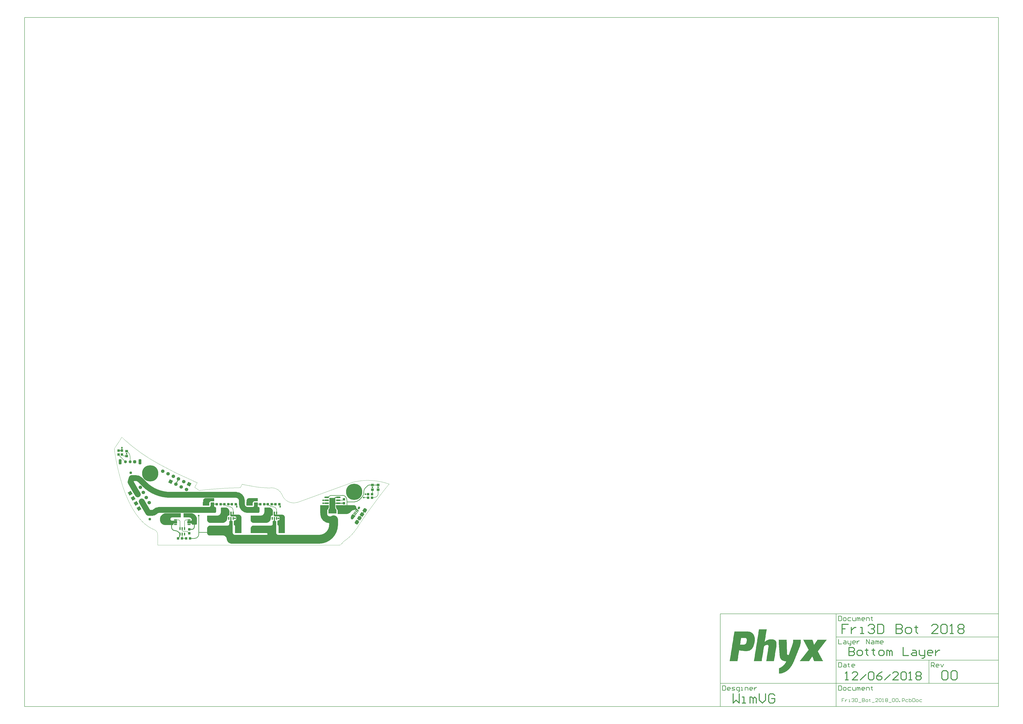
<source format=gbl>
G04*
G04 #@! TF.GenerationSoftware,Altium Limited,Altium Designer,18.1.6 (161)*
G04*
G04 Layer_Physical_Order=2*
G04 Layer_Color=33789*
%FSLAX25Y25*%
%MOIN*%
G70*
G01*
G75*
%ADD10C,0.00591*%
%ADD11C,0.00787*%
%ADD12C,0.01575*%
%ADD13C,0.00394*%
%ADD14C,0.00984*%
G04:AMPARAMS|DCode=29|XSize=61.02mil|YSize=35.43mil|CornerRadius=0mil|HoleSize=0mil|Usage=FLASHONLY|Rotation=146.000|XOffset=0mil|YOffset=0mil|HoleType=Round|Shape=Round|*
%AMOVALD29*
21,1,0.02559,0.03543,0.00000,0.00000,146.0*
1,1,0.03543,0.01061,-0.00716*
1,1,0.03543,-0.01061,0.00716*
%
%ADD29OVALD29*%

G04:AMPARAMS|DCode=30|XSize=49.21mil|YSize=37.4mil|CornerRadius=0mil|HoleSize=0mil|Usage=FLASHONLY|Rotation=56.000|XOffset=0mil|YOffset=0mil|HoleType=Round|Shape=Round|*
%AMOVALD30*
21,1,0.01181,0.03740,0.00000,0.00000,56.0*
1,1,0.03740,-0.00330,-0.00490*
1,1,0.03740,0.00330,0.00490*
%
%ADD30OVALD30*%

%ADD31C,0.02756*%
G04:AMPARAMS|DCode=32|XSize=51.18mil|YSize=51.18mil|CornerRadius=12.8mil|HoleSize=0mil|Usage=FLASHONLY|Rotation=180.000|XOffset=0mil|YOffset=0mil|HoleType=Round|Shape=RoundedRectangle|*
%AMROUNDEDRECTD32*
21,1,0.05118,0.02559,0,0,180.0*
21,1,0.02559,0.05118,0,0,180.0*
1,1,0.02559,-0.01280,0.01280*
1,1,0.02559,0.01280,0.01280*
1,1,0.02559,0.01280,-0.01280*
1,1,0.02559,-0.01280,-0.01280*
%
%ADD32ROUNDEDRECTD32*%
%ADD33C,0.05118*%
G04:AMPARAMS|DCode=34|XSize=86.61mil|YSize=47.24mil|CornerRadius=11.81mil|HoleSize=0mil|Usage=FLASHONLY|Rotation=270.000|XOffset=0mil|YOffset=0mil|HoleType=Round|Shape=RoundedRectangle|*
%AMROUNDEDRECTD34*
21,1,0.08661,0.02362,0,0,270.0*
21,1,0.06299,0.04724,0,0,270.0*
1,1,0.02362,-0.01181,-0.03150*
1,1,0.02362,-0.01181,0.03150*
1,1,0.02362,0.01181,0.03150*
1,1,0.02362,0.01181,-0.03150*
%
%ADD34ROUNDEDRECTD34*%
%ADD35R,0.03937X0.03937*%
G04:AMPARAMS|DCode=36|XSize=39.37mil|YSize=39.37mil|CornerRadius=9.84mil|HoleSize=0mil|Usage=FLASHONLY|Rotation=270.000|XOffset=0mil|YOffset=0mil|HoleType=Round|Shape=RoundedRectangle|*
%AMROUNDEDRECTD36*
21,1,0.03937,0.01968,0,0,270.0*
21,1,0.01968,0.03937,0,0,270.0*
1,1,0.01968,-0.00984,-0.00984*
1,1,0.01968,-0.00984,0.00984*
1,1,0.01968,0.00984,0.00984*
1,1,0.01968,0.00984,-0.00984*
%
%ADD36ROUNDEDRECTD36*%
%ADD37C,0.13780*%
%ADD38C,0.27559*%
%ADD39C,0.05906*%
%ADD40P,0.08352X4X379.0*%
%ADD41P,0.08352X4X75.0*%
%ADD42C,0.01378*%
%ADD43C,0.11811*%
%ADD44C,0.14961*%
%ADD45C,0.09843*%
%ADD46C,0.01181*%
%ADD47R,0.05118X0.03937*%
%ADD48R,0.03937X0.04331*%
%ADD49R,0.06299X0.07087*%
%ADD50O,0.05512X0.01772*%
%ADD51R,0.02362X0.04528*%
%ADD52R,0.04331X0.03937*%
%ADD53R,0.14567X0.04331*%
%ADD54R,0.29528X0.07087*%
%ADD55R,0.23622X0.04724*%
%ADD56R,0.05906X0.05118*%
%ADD57R,0.10630X0.06299*%
%ADD58R,0.05512X0.08268*%
%ADD59R,0.05118X0.05906*%
%ADD60R,0.06299X0.10630*%
%ADD61O,0.07874X0.02362*%
%ADD62R,0.09488X0.12992*%
G04:AMPARAMS|DCode=63|XSize=47.24mil|YSize=61.02mil|CornerRadius=0mil|HoleSize=0mil|Usage=FLASHONLY|Rotation=236.000|XOffset=0mil|YOffset=0mil|HoleType=Round|Shape=Rectangle|*
%AMROTATEDRECTD63*
4,1,4,-0.01209,0.03665,0.03851,0.00252,0.01209,-0.03665,-0.03851,-0.00252,-0.01209,0.03665,0.0*
%
%ADD63ROTATEDRECTD63*%

G04:AMPARAMS|DCode=64|XSize=15.75mil|YSize=53.15mil|CornerRadius=0mil|HoleSize=0mil|Usage=FLASHONLY|Rotation=56.000|XOffset=0mil|YOffset=0mil|HoleType=Round|Shape=Rectangle|*
%AMROTATEDRECTD64*
4,1,4,0.01763,-0.02139,-0.02644,0.00833,-0.01763,0.02139,0.02644,-0.00833,0.01763,-0.02139,0.0*
%
%ADD64ROTATEDRECTD64*%

G04:AMPARAMS|DCode=65|XSize=59.06mil|YSize=61.02mil|CornerRadius=0mil|HoleSize=0mil|Usage=FLASHONLY|Rotation=56.000|XOffset=0mil|YOffset=0mil|HoleType=Round|Shape=Rectangle|*
%AMROTATEDRECTD65*
4,1,4,0.00878,-0.04154,-0.04181,-0.00742,-0.00878,0.04154,0.04181,0.00742,0.00878,-0.04154,0.0*
%
%ADD65ROTATEDRECTD65*%

G36*
X65940Y74016D02*
X80905Y74016D01*
Y68898D01*
X76181Y68898D01*
X76181Y68898D01*
X75823Y68899D01*
X75116Y68798D01*
X74441Y68560D01*
X73827Y68196D01*
X73295Y67719D01*
X72866Y67147D01*
X72557Y66502D01*
X72380Y65809D01*
X72343Y65453D01*
X72343Y61417D01*
X62008D01*
Y70083D01*
X62008Y70471D01*
X62159Y71230D01*
X62455Y71946D01*
X62886Y72590D01*
X63433Y73138D01*
X64078Y73568D01*
X64793Y73865D01*
X65553Y74016D01*
X65940Y74016D01*
D02*
G37*
G36*
X-7879D02*
X7087Y74016D01*
Y68898D01*
X2362Y68898D01*
X2362Y68898D01*
X2004Y68899D01*
X1297Y68798D01*
X623Y68560D01*
X8Y68196D01*
X-524Y67719D01*
X-953Y67147D01*
X-1262Y66502D01*
X-1439Y65809D01*
X-1476Y65453D01*
X-1476Y61417D01*
X-11811D01*
Y70083D01*
X-11811Y70471D01*
X-11660Y71230D01*
X-11364Y71946D01*
X-10933Y72590D01*
X-10385Y73138D01*
X-9741Y73568D01*
X-9026Y73865D01*
X-8266Y74016D01*
X-7879Y74016D01*
D02*
G37*
G36*
X225372Y62008D02*
X245045D01*
X245712Y61875D01*
X246339Y61615D01*
X246904Y61238D01*
X247385Y60758D01*
X247762Y60193D01*
X248022Y59565D01*
X248154Y58899D01*
Y58559D01*
X248171Y58223D01*
X248302Y57564D01*
X248559Y56942D01*
X248933Y56383D01*
X249159Y56134D01*
X252551Y52742D01*
X251575Y51334D01*
X248031Y53717D01*
X247880Y53854D01*
X247542Y54081D01*
X247165Y54237D01*
X246766Y54316D01*
X246562Y54326D01*
X245616D01*
X244836Y54288D01*
X243305Y53983D01*
X241863Y53386D01*
X240565Y52519D01*
X239986Y51994D01*
X238165Y50173D01*
X238165D01*
X237469Y49477D01*
X235831Y48382D01*
X234011Y47628D01*
X232079Y47244D01*
X224410D01*
Y47244D01*
X216535D01*
Y52742D01*
X216519Y53071D01*
X216391Y53717D01*
X216139Y54326D01*
X215773Y54874D01*
X215551Y55118D01*
X215083Y55586D01*
X214348Y56687D01*
X213841Y57910D01*
X213583Y59209D01*
Y59870D01*
Y62008D01*
X225371D01*
X225372Y62008D01*
D02*
G37*
G36*
X80905Y60236D02*
X80928Y60006D01*
X81105Y59580D01*
X81430Y59254D01*
X81856Y59078D01*
X82087Y59055D01*
X82478D01*
X83202Y58755D01*
X83755Y58202D01*
X84055Y57478D01*
Y57087D01*
Y51499D01*
Y51044D01*
X83707Y50204D01*
X83064Y49561D01*
X82224Y49213D01*
X61614D01*
Y59055D01*
X72469D01*
X72886Y59096D01*
X73656Y59415D01*
X74246Y60005D01*
X74565Y60776D01*
X74606Y61193D01*
Y66929D01*
X80905D01*
Y60236D01*
D02*
G37*
G36*
X7087D02*
X7109Y60006D01*
X7286Y59580D01*
X7611Y59254D01*
X8037Y59078D01*
X8268Y59055D01*
X8659D01*
X9383Y58755D01*
X9937Y58202D01*
X10236Y57478D01*
Y57087D01*
Y51499D01*
Y51044D01*
X9888Y50204D01*
X9245Y49561D01*
X8405Y49213D01*
X-12205D01*
Y59055D01*
X-1350D01*
X-933Y59096D01*
X-163Y59415D01*
X427Y60005D01*
X746Y60776D01*
X787Y61193D01*
Y66929D01*
X7087D01*
Y60236D01*
D02*
G37*
G36*
X-49606Y41339D02*
X-64567D01*
X-64837Y41325D01*
X-65367Y41220D01*
X-65866Y41013D01*
X-66315Y40713D01*
X-66697Y40331D01*
X-66997Y39882D01*
X-67204Y39383D01*
X-67310Y38853D01*
X-67323Y38583D01*
X-67323Y38583D01*
X-67310Y38313D01*
X-67204Y37783D01*
X-66997Y37284D01*
X-66697Y36834D01*
X-66315Y36452D01*
X-65866Y36152D01*
X-65367Y35945D01*
X-64837Y35840D01*
X-64567Y35827D01*
X-56988Y35827D01*
X-56773Y35827D01*
X-56375Y35662D01*
X-56070Y35357D01*
X-55906Y34959D01*
X-55906Y34744D01*
X-55905Y34744D01*
Y32283D01*
Y32048D01*
X-56085Y31614D01*
X-56418Y31282D01*
X-56852Y31102D01*
X-57087D01*
X-61024Y31102D01*
X-61325Y31067D01*
X-61877Y30825D01*
X-62295Y30391D01*
X-62515Y29830D01*
X-62539Y29528D01*
X-62516Y29316D01*
X-62634Y28907D01*
X-62900Y28575D01*
X-63273Y28370D01*
X-63484Y28346D01*
X-63484Y28346D01*
X-75984Y28346D01*
X-76876Y28346D01*
X-78626Y28694D01*
X-80273Y29377D01*
X-81757Y30368D01*
X-83018Y31629D01*
X-84009Y33112D01*
X-84691Y34760D01*
X-85039Y36510D01*
X-85039Y37402D01*
X-85039Y38147D01*
X-84984Y38425D01*
X-85039D01*
X-85039Y39410D01*
X-84655Y41342D01*
X-83901Y43162D01*
X-82807Y44800D01*
X-81414Y46193D01*
X-79776Y47287D01*
X-77956Y48041D01*
X-76024Y48425D01*
X-75039Y48425D01*
X-75039Y48425D01*
X-49606D01*
Y41339D01*
D02*
G37*
G36*
X212598Y58311D02*
X212620Y57922D01*
X212777Y57160D01*
X213079Y56443D01*
X213516Y55799D01*
X213779Y55512D01*
X213967Y55325D01*
X214261Y54884D01*
X214464Y54395D01*
X214567Y53876D01*
X214567Y53611D01*
X214567Y53611D01*
X214567Y48031D01*
X200787D01*
Y53611D01*
Y53876D01*
X200891Y54395D01*
X201093Y54884D01*
X201388Y55325D01*
X201575Y55512D01*
X201575Y55512D01*
X201840Y55805D01*
X202280Y56462D01*
X202582Y57193D01*
X202736Y57968D01*
X202756Y58363D01*
X202756Y58363D01*
Y74410D01*
X212598D01*
X212598Y58311D01*
D02*
G37*
G36*
X201772Y59870D02*
Y59209D01*
X201513Y57910D01*
X201007Y56687D01*
X200271Y55586D01*
X199803Y55118D01*
Y55118D01*
X199582Y54874D01*
X199216Y54326D01*
X198964Y53717D01*
X198835Y53071D01*
X198819Y52742D01*
Y47244D01*
X188976Y47244D01*
X188585Y47244D01*
X187861Y47544D01*
X187308Y48098D01*
X187008Y48821D01*
X187008Y49213D01*
Y49213D01*
Y62008D01*
X201772D01*
Y59870D01*
D02*
G37*
G36*
X246850Y44094D02*
X243701Y39764D01*
X242683Y38746D01*
X242550Y38613D01*
X242239Y38405D01*
X241893Y38262D01*
X241526Y38189D01*
X240582D01*
X240322Y38241D01*
X240078Y38342D01*
X239857Y38489D01*
X239764Y38583D01*
X239764Y38583D01*
X239577Y38770D01*
X239282Y39210D01*
X239080Y39700D01*
X238976Y40219D01*
Y40484D01*
Y40551D01*
Y41394D01*
X239305Y43046D01*
X239950Y44603D01*
X240886Y46004D01*
X241482Y46600D01*
X242126Y47244D01*
X246850Y44094D01*
D02*
G37*
G36*
X110444Y47036D02*
X110440Y46865D01*
X110530Y46537D01*
X110740Y46268D01*
X111036Y46101D01*
X111203Y46063D01*
X111203Y46063D01*
X122244Y46063D01*
X122709Y46063D01*
X123622Y45882D01*
X124482Y45526D01*
X125256Y45009D01*
X125914Y44350D01*
X126431Y43577D01*
X126787Y42717D01*
X126969Y41804D01*
X126968Y41339D01*
X126969Y41339D01*
X126969Y14764D01*
X116142D01*
Y26575D01*
X116104Y26959D01*
X115810Y27668D01*
X115267Y28212D01*
X114557Y28506D01*
X114173Y28543D01*
X114173Y34449D01*
X114173Y34840D01*
X114473Y35564D01*
X115027Y36118D01*
X115750Y36417D01*
X116141Y36417D01*
X116142Y36417D01*
X116526Y36455D01*
X117236Y36749D01*
X117779Y37292D01*
X118072Y38001D01*
X118110Y38386D01*
X118110Y38386D01*
X118110Y41339D01*
X118072Y41723D01*
X117779Y42432D01*
X117235Y42975D01*
X116526Y43269D01*
X116142Y43307D01*
X116142Y43307D01*
X110039Y43307D01*
X109648Y43307D01*
X108924Y43607D01*
X108370Y44160D01*
X108071Y44884D01*
X108071Y45275D01*
Y45276D01*
X108071Y51181D01*
X110444D01*
X110444Y47036D01*
D02*
G37*
G36*
X36625D02*
X36621Y46865D01*
X36712Y46537D01*
X36921Y46268D01*
X37217Y46101D01*
X37384Y46063D01*
X37385Y46063D01*
X48425Y46063D01*
X48891Y46063D01*
X49803Y45882D01*
X50663Y45526D01*
X51437Y45009D01*
X52095Y44350D01*
X52612Y43577D01*
X52968Y42717D01*
X53150Y41804D01*
X53149Y41339D01*
X53150Y41339D01*
X53150Y14764D01*
X42323D01*
Y26575D01*
X42285Y26959D01*
X41991Y27668D01*
X41448Y28212D01*
X40738Y28506D01*
X40354Y28543D01*
X40354Y34449D01*
X40354Y34840D01*
X40654Y35564D01*
X41208Y36118D01*
X41931Y36417D01*
X42323Y36417D01*
X42323Y36417D01*
X42707Y36455D01*
X43417Y36749D01*
X43960Y37292D01*
X44254Y38001D01*
X44291Y38386D01*
X44291Y38386D01*
X44291Y41339D01*
X44254Y41723D01*
X43960Y42432D01*
X43416Y42975D01*
X42707Y43269D01*
X42323Y43307D01*
X42323Y43307D01*
X36220Y43307D01*
X35829Y43307D01*
X35105Y43607D01*
X34552Y44160D01*
X34252Y44884D01*
X34252Y45275D01*
Y45276D01*
X34252Y51181D01*
X36625D01*
X36625Y47036D01*
D02*
G37*
G36*
X-29524Y48041D02*
X-27704Y47287D01*
X-26066Y46193D01*
X-24673Y44800D01*
X-23579Y43162D01*
X-22825Y41342D01*
X-22441Y39410D01*
Y38425D01*
Y36452D01*
Y30709D01*
X-22441Y30709D01*
X-22441Y30395D01*
X-22681Y29817D01*
X-23124Y29374D01*
X-23702Y29134D01*
X-24016Y29134D01*
X-29528Y29134D01*
X-29528D01*
X-29780Y29134D01*
X-30260Y29292D01*
X-30666Y29592D01*
X-30958Y30004D01*
X-31033Y30245D01*
X-31033Y30245D01*
X-31049Y30412D01*
X-31177Y30721D01*
X-31413Y30958D01*
X-31723Y31086D01*
X-31890Y31102D01*
X-37402D01*
X-37402Y31102D01*
X-37637Y31102D01*
X-38071Y31282D01*
X-38403Y31614D01*
X-38583Y32048D01*
X-38583Y32283D01*
Y34646D01*
Y34881D01*
X-38403Y35315D01*
X-38071Y35647D01*
X-37637Y35827D01*
X-37402Y35827D01*
X-33071Y35827D01*
X-32283D01*
X-32053Y35849D01*
X-31627Y36026D01*
X-31301Y36352D01*
X-31125Y36777D01*
X-31102Y37008D01*
Y37165D01*
X-31122Y37574D01*
X-31282Y38377D01*
X-31596Y39134D01*
X-32051Y39815D01*
X-32630Y40394D01*
X-33311Y40849D01*
X-34067Y41162D01*
X-34870Y41322D01*
X-35280Y41342D01*
X-44882D01*
Y48425D01*
X-31456D01*
X-29524Y48041D01*
D02*
G37*
G36*
X101683Y57994D02*
X102979Y57457D01*
X104145Y56678D01*
X105137Y55687D01*
X105916Y54520D01*
X106452Y53225D01*
X106726Y51849D01*
Y51148D01*
Y50394D01*
X106693Y46457D01*
Y46063D01*
Y45750D01*
X106453Y45171D01*
X106010Y44728D01*
X105431Y44488D01*
X105118D01*
X104734Y44450D01*
X104025Y44156D01*
X103481Y43613D01*
X103187Y42904D01*
X103150Y42520D01*
Y40551D01*
Y39737D01*
X102832Y38140D01*
X102209Y36635D01*
X101304Y35281D01*
X100152Y34129D01*
X98798Y33224D01*
X97294Y32601D01*
X95696Y32283D01*
X73157D01*
X72244Y32465D01*
X71384Y32821D01*
X70610Y33338D01*
X69952Y33996D01*
X69435Y34770D01*
X69079Y35630D01*
X68898Y36542D01*
Y37008D01*
Y44094D01*
Y44173D01*
X68958Y44317D01*
X69068Y44428D01*
X69213Y44488D01*
X85827D01*
X86444Y44519D01*
X87655Y44759D01*
X88796Y45232D01*
X89823Y45918D01*
X90696Y46791D01*
X91382Y47818D01*
X91855Y48959D01*
X92096Y50170D01*
X92126Y50787D01*
Y57087D01*
Y57322D01*
X92306Y57756D01*
X92638Y58088D01*
X93072Y58268D01*
X100308D01*
X101683Y57994D01*
D02*
G37*
G36*
X27864D02*
X29160Y57457D01*
X30326Y56678D01*
X31318Y55687D01*
X32097Y54520D01*
X32633Y53225D01*
X32907Y51849D01*
Y51148D01*
Y50394D01*
X32874Y46457D01*
Y46063D01*
Y45750D01*
X32634Y45171D01*
X32191Y44728D01*
X31613Y44488D01*
X31299D01*
X30915Y44450D01*
X30206Y44156D01*
X29662Y43613D01*
X29368Y42904D01*
X29331Y42520D01*
Y40551D01*
Y39737D01*
X29013Y38140D01*
X28390Y36635D01*
X27485Y35281D01*
X26333Y34129D01*
X24979Y33224D01*
X23475Y32601D01*
X21877Y32283D01*
X-662D01*
X-1575Y32465D01*
X-2435Y32821D01*
X-3209Y33338D01*
X-3867Y33996D01*
X-4384Y34770D01*
X-4740Y35630D01*
X-4921Y36542D01*
Y37008D01*
Y44094D01*
Y44173D01*
X-4861Y44317D01*
X-4751Y44428D01*
X-4606Y44488D01*
X12008D01*
X12625Y44519D01*
X13836Y44759D01*
X14977Y45232D01*
X16004Y45918D01*
X16877Y46791D01*
X17563Y47818D01*
X18036Y48959D01*
X18277Y50170D01*
X18307Y50787D01*
Y57087D01*
Y57322D01*
X18487Y57756D01*
X18819Y58088D01*
X19253Y58268D01*
X26489D01*
X27864Y57994D01*
D02*
G37*
G36*
X110236Y36417D02*
X110255Y36225D01*
X110402Y35871D01*
X110674Y35599D01*
X111028Y35452D01*
X111221Y35433D01*
X111416D01*
X111778Y35283D01*
X112055Y35006D01*
X112205Y34645D01*
Y34449D01*
Y19685D01*
X112205D01*
Y15748D01*
Y15748D01*
X112224Y15362D01*
X112374Y14605D01*
X112670Y13892D01*
X113098Y13250D01*
X113644Y12705D01*
X114286Y12276D01*
X114999Y11981D01*
X115756Y11830D01*
X116142Y11811D01*
X124016D01*
Y-3150D01*
X98425D01*
X98425Y10827D01*
X96457D01*
Y11811D01*
X96649Y11830D01*
X97004Y11977D01*
X97275Y12248D01*
X97422Y12603D01*
X97441Y12795D01*
Y13780D01*
X97422Y13972D01*
X97275Y14326D01*
X97004Y14598D01*
X96649Y14745D01*
X96457Y14764D01*
X68898D01*
Y19685D01*
Y22638D01*
Y23122D01*
X69087Y24073D01*
X69458Y24969D01*
X69996Y25775D01*
X70682Y26460D01*
X71488Y26999D01*
X72383Y27370D01*
X73334Y27559D01*
X103347D01*
X103636Y27573D01*
X104204Y27686D01*
X104738Y27908D01*
X105220Y28229D01*
X105629Y28639D01*
X105950Y29120D01*
X106172Y29655D01*
X106285Y30222D01*
X106299Y30512D01*
Y34449D01*
Y34645D01*
X106449Y35006D01*
X106726Y35283D01*
X107088Y35433D01*
X107283D01*
X107475Y35452D01*
X107830Y35599D01*
X108102Y35871D01*
X108249Y36225D01*
X108268Y36417D01*
Y42323D01*
X110236D01*
Y36417D01*
D02*
G37*
G36*
X36417D02*
X36436Y36225D01*
X36583Y35871D01*
X36855Y35599D01*
X37210Y35452D01*
X37402Y35433D01*
X37597D01*
X37959Y35283D01*
X38236Y35006D01*
X38386Y34645D01*
Y34449D01*
Y19685D01*
X38386D01*
X38386Y15748D01*
Y15748D01*
X38405Y15362D01*
X38555Y14605D01*
X38851Y13892D01*
X39279Y13250D01*
X39825Y12705D01*
X40467Y12276D01*
X41180Y11981D01*
X41937Y11830D01*
X42323Y11811D01*
X50197D01*
X50197Y-3150D01*
X35476Y-3150D01*
X35476Y-3150D01*
X34832Y-3002D01*
X33596Y-2529D01*
X32439Y-1888D01*
X31382Y-1093D01*
X30447Y-157D01*
X29651Y900D01*
X29010Y2057D01*
X28538Y3292D01*
X28390Y3937D01*
X28357Y4612D01*
X28093Y5937D01*
X27576Y7185D01*
X26826Y8308D01*
X25871Y9263D01*
X24748Y10013D01*
X23500Y10530D01*
X22175Y10794D01*
X21500Y10827D01*
X-1372D01*
X-2133Y10978D01*
X-2849Y11275D01*
X-3494Y11706D01*
X-4042Y12254D01*
X-4473Y12899D01*
X-4770Y13615D01*
X-4921Y14376D01*
Y14764D01*
Y22638D01*
Y23122D01*
X-4732Y24073D01*
X-4361Y24969D01*
X-3823Y25775D01*
X-3137Y26460D01*
X-2331Y26999D01*
X-1436Y27370D01*
X-485Y27559D01*
X29528D01*
X29817Y27573D01*
X30385Y27686D01*
X30920Y27908D01*
X31401Y28229D01*
X31810Y28639D01*
X32132Y29120D01*
X32353Y29655D01*
X32466Y30222D01*
X32480Y30512D01*
Y34449D01*
Y34645D01*
X32630Y35006D01*
X32907Y35283D01*
X33269Y35433D01*
X33465D01*
X33657Y35452D01*
X34011Y35599D01*
X34283Y35871D01*
X34430Y36225D01*
X34449Y36417D01*
Y42323D01*
X36417D01*
Y36417D01*
D02*
G37*
G36*
X1047062Y-166394D02*
X1046775D01*
Y-166681D01*
X1046489D01*
Y-166967D01*
Y-167253D01*
X1046203D01*
Y-167539D01*
X1045916D01*
Y-167826D01*
X1045630D01*
Y-168112D01*
Y-168398D01*
X1045344D01*
Y-168685D01*
X1045057D01*
Y-168971D01*
X1044771D01*
Y-169257D01*
X1044485D01*
Y-169544D01*
Y-169830D01*
X1044198D01*
Y-170116D01*
X1043912D01*
Y-170403D01*
X1043626D01*
Y-170689D01*
Y-170975D01*
X1043340D01*
Y-171262D01*
X1043053D01*
Y-171548D01*
X1042767D01*
Y-171834D01*
X1042480D01*
Y-172120D01*
Y-172407D01*
X1042194D01*
Y-172693D01*
X1041908D01*
Y-172979D01*
X1041622D01*
Y-173266D01*
Y-173552D01*
X1041335D01*
Y-173838D01*
X1041049D01*
Y-174125D01*
X1040763D01*
Y-174411D01*
Y-174697D01*
X1040476D01*
Y-174984D01*
X1040190D01*
Y-175270D01*
X1039904D01*
Y-175556D01*
X1039617D01*
Y-175842D01*
Y-176129D01*
X1039331D01*
Y-176415D01*
X1039045D01*
Y-176701D01*
X1038758D01*
Y-176988D01*
Y-177274D01*
X1038472D01*
Y-177560D01*
X1038186D01*
Y-177847D01*
X1037899D01*
Y-178133D01*
Y-178419D01*
X1037613D01*
Y-178706D01*
X1037327D01*
Y-178992D01*
X1037041D01*
Y-179278D01*
X1036754D01*
Y-179565D01*
Y-179851D01*
X1036468D01*
Y-180137D01*
X1036182D01*
Y-180423D01*
X1035895D01*
Y-180710D01*
Y-180996D01*
X1035609D01*
Y-181282D01*
X1035323D01*
Y-181569D01*
X1035036D01*
Y-181855D01*
Y-182141D01*
X1034750D01*
Y-182428D01*
X1034464D01*
Y-182714D01*
X1034177D01*
Y-183000D01*
X1033891D01*
Y-183287D01*
Y-183573D01*
X1033605D01*
Y-183859D01*
X1033319D01*
Y-184146D01*
X1033032D01*
Y-184432D01*
Y-184718D01*
X1032746D01*
Y-185004D01*
X1032460D01*
Y-185291D01*
X1032173D01*
Y-185577D01*
X1031887D01*
Y-185863D01*
Y-186150D01*
X1032173D01*
Y-186436D01*
Y-186722D01*
X1032460D01*
Y-187009D01*
Y-187295D01*
X1032746D01*
Y-187581D01*
X1033032D01*
Y-187868D01*
Y-188154D01*
X1033319D01*
Y-188440D01*
Y-188727D01*
X1033605D01*
Y-189013D01*
Y-189299D01*
X1033891D01*
Y-189585D01*
Y-189872D01*
X1034177D01*
Y-190158D01*
Y-190444D01*
X1034464D01*
Y-190731D01*
Y-191017D01*
X1034750D01*
Y-191303D01*
Y-191590D01*
X1035036D01*
Y-191876D01*
Y-192162D01*
X1035323D01*
Y-192449D01*
X1035609D01*
Y-192735D01*
Y-193021D01*
X1035895D01*
Y-193308D01*
Y-193594D01*
X1036182D01*
Y-193880D01*
Y-194167D01*
X1036468D01*
Y-194453D01*
Y-194739D01*
X1036754D01*
Y-195025D01*
Y-195312D01*
X1037041D01*
Y-195598D01*
Y-195884D01*
X1037327D01*
Y-196171D01*
Y-196457D01*
X1037613D01*
Y-196743D01*
X1037899D01*
Y-197030D01*
Y-197316D01*
X1038186D01*
Y-197602D01*
Y-197889D01*
X1038472D01*
Y-198175D01*
Y-198461D01*
X1038758D01*
Y-198748D01*
Y-199034D01*
X1039045D01*
Y-199320D01*
Y-199606D01*
X1039331D01*
Y-199893D01*
Y-200179D01*
X1039617D01*
Y-200465D01*
Y-200752D01*
X1039904D01*
Y-201038D01*
X1040190D01*
Y-201324D01*
Y-201611D01*
X1040476D01*
Y-201897D01*
Y-202183D01*
X1040763D01*
Y-202470D01*
X1025588D01*
Y-202183D01*
X1025302D01*
Y-201897D01*
Y-201611D01*
Y-201324D01*
X1025016D01*
Y-201038D01*
Y-200752D01*
Y-200465D01*
X1024729D01*
Y-200179D01*
Y-199893D01*
X1024443D01*
Y-199606D01*
Y-199320D01*
Y-199034D01*
X1024156D01*
Y-198748D01*
Y-198461D01*
Y-198175D01*
X1023870D01*
Y-197889D01*
Y-197602D01*
X1023584D01*
Y-197316D01*
Y-197030D01*
Y-196743D01*
X1023298D01*
Y-196457D01*
Y-196171D01*
Y-195884D01*
X1023011D01*
Y-195598D01*
Y-195312D01*
Y-195025D01*
X1022725D01*
Y-194739D01*
X1022152D01*
Y-195025D01*
Y-195312D01*
X1021866D01*
Y-195598D01*
X1021580D01*
Y-195884D01*
Y-196171D01*
X1021293D01*
Y-196457D01*
X1021007D01*
Y-196743D01*
Y-197030D01*
X1020721D01*
Y-197316D01*
X1020434D01*
Y-197602D01*
Y-197889D01*
X1020148D01*
Y-198175D01*
X1019862D01*
Y-198461D01*
X1019576D01*
Y-198748D01*
Y-199034D01*
X1019289D01*
Y-199320D01*
X1019003D01*
Y-199606D01*
Y-199893D01*
X1018717D01*
Y-200179D01*
X1018430D01*
Y-200465D01*
Y-200752D01*
X1018144D01*
Y-201038D01*
X1017858D01*
Y-201324D01*
Y-201611D01*
X1017571D01*
Y-201897D01*
X1017285D01*
Y-202183D01*
Y-202470D01*
X1001252D01*
Y-202183D01*
X1001538D01*
Y-201897D01*
X1001824D01*
Y-201611D01*
X1002110D01*
Y-201324D01*
X1002397D01*
Y-201038D01*
Y-200752D01*
X1002683D01*
Y-200465D01*
X1002969D01*
Y-200179D01*
X1003256D01*
Y-199893D01*
X1003542D01*
Y-199606D01*
Y-199320D01*
X1003828D01*
Y-199034D01*
X1004115D01*
Y-198748D01*
X1004401D01*
Y-198461D01*
Y-198175D01*
X1004687D01*
Y-197889D01*
X1004974D01*
Y-197602D01*
X1005260D01*
Y-197316D01*
X1005546D01*
Y-197030D01*
Y-196743D01*
X1005832D01*
Y-196457D01*
X1006119D01*
Y-196171D01*
X1006405D01*
Y-195884D01*
X1006691D01*
Y-195598D01*
Y-195312D01*
X1006978D01*
Y-195025D01*
X1007264D01*
Y-194739D01*
X1007550D01*
Y-194453D01*
Y-194167D01*
X1007837D01*
Y-193880D01*
X1008123D01*
Y-193594D01*
X1008409D01*
Y-193308D01*
X1008696D01*
Y-193021D01*
Y-192735D01*
X1008982D01*
Y-192449D01*
X1009268D01*
Y-192162D01*
X1009555D01*
Y-191876D01*
Y-191590D01*
X1009841D01*
Y-191303D01*
X1010127D01*
Y-191017D01*
X1010413D01*
Y-190731D01*
X1010700D01*
Y-190444D01*
Y-190158D01*
X1010986D01*
Y-189872D01*
X1011272D01*
Y-189585D01*
X1011559D01*
Y-189299D01*
Y-189013D01*
X1011845D01*
Y-188727D01*
X1012131D01*
Y-188440D01*
X1012418D01*
Y-188154D01*
X1012704D01*
Y-187868D01*
Y-187581D01*
X1012990D01*
Y-187295D01*
X1013277D01*
Y-187009D01*
X1013563D01*
Y-186722D01*
X1013849D01*
Y-186436D01*
Y-186150D01*
X1014136D01*
Y-185863D01*
X1014422D01*
Y-185577D01*
X1014708D01*
Y-185291D01*
Y-185004D01*
X1014995D01*
Y-184718D01*
X1015281D01*
Y-184432D01*
X1015567D01*
Y-184146D01*
X1015853D01*
Y-183859D01*
Y-183573D01*
X1016140D01*
Y-183287D01*
Y-183000D01*
Y-182714D01*
X1015853D01*
Y-182428D01*
X1015567D01*
Y-182141D01*
Y-181855D01*
X1015281D01*
Y-181569D01*
Y-181282D01*
X1014995D01*
Y-180996D01*
Y-180710D01*
X1014708D01*
Y-180423D01*
Y-180137D01*
X1014422D01*
Y-179851D01*
Y-179565D01*
X1014136D01*
Y-179278D01*
Y-178992D01*
X1013849D01*
Y-178706D01*
X1013563D01*
Y-178419D01*
Y-178133D01*
X1013277D01*
Y-177847D01*
Y-177560D01*
X1012990D01*
Y-177274D01*
Y-176988D01*
X1012704D01*
Y-176701D01*
Y-176415D01*
X1012418D01*
Y-176129D01*
Y-175842D01*
X1012131D01*
Y-175556D01*
Y-175270D01*
X1011845D01*
Y-174984D01*
X1011559D01*
Y-174697D01*
Y-174411D01*
X1011272D01*
Y-174125D01*
Y-173838D01*
X1010986D01*
Y-173552D01*
Y-173266D01*
X1010700D01*
Y-172979D01*
Y-172693D01*
X1010413D01*
Y-172407D01*
Y-172120D01*
X1010127D01*
Y-171834D01*
Y-171548D01*
X1009841D01*
Y-171262D01*
Y-170975D01*
X1009555D01*
Y-170689D01*
X1009268D01*
Y-170403D01*
Y-170116D01*
X1008982D01*
Y-169830D01*
Y-169544D01*
X1008696D01*
Y-169257D01*
Y-168971D01*
X1008409D01*
Y-168685D01*
Y-168398D01*
X1008123D01*
Y-168112D01*
Y-167826D01*
X1007837D01*
Y-167539D01*
Y-167253D01*
X1007550D01*
Y-166967D01*
X1007264D01*
Y-166681D01*
Y-166394D01*
X1006978D01*
Y-166108D01*
X1022725D01*
Y-166394D01*
X1023011D01*
Y-166681D01*
Y-166967D01*
Y-167253D01*
X1023298D01*
Y-167539D01*
Y-167826D01*
Y-168112D01*
X1023584D01*
Y-168398D01*
Y-168685D01*
Y-168971D01*
X1023870D01*
Y-169257D01*
Y-169544D01*
Y-169830D01*
X1024156D01*
Y-170116D01*
Y-170403D01*
Y-170689D01*
X1024443D01*
Y-170975D01*
Y-171262D01*
Y-171548D01*
X1024729D01*
Y-171834D01*
Y-172120D01*
Y-172407D01*
X1025016D01*
Y-172693D01*
Y-172979D01*
Y-173266D01*
X1025302D01*
Y-173552D01*
Y-173838D01*
Y-174125D01*
Y-174411D01*
X1025874D01*
Y-174125D01*
X1026161D01*
Y-173838D01*
X1026447D01*
Y-173552D01*
Y-173266D01*
X1026733D01*
Y-172979D01*
X1027020D01*
Y-172693D01*
Y-172407D01*
X1027306D01*
Y-172120D01*
X1027592D01*
Y-171834D01*
Y-171548D01*
X1027879D01*
Y-171262D01*
X1028165D01*
Y-170975D01*
Y-170689D01*
X1028451D01*
Y-170403D01*
X1028738D01*
Y-170116D01*
Y-169830D01*
X1029024D01*
Y-169544D01*
X1029310D01*
Y-169257D01*
Y-168971D01*
X1029597D01*
Y-168685D01*
X1029883D01*
Y-168398D01*
Y-168112D01*
X1030169D01*
Y-167826D01*
X1030455D01*
Y-167539D01*
Y-167253D01*
X1030742D01*
Y-166967D01*
X1031028D01*
Y-166681D01*
Y-166394D01*
X1031314D01*
Y-166108D01*
X1047062D01*
Y-166394D01*
D02*
G37*
G36*
X913926Y-152365D02*
X915644D01*
Y-152651D01*
X916503D01*
Y-152937D01*
X917362D01*
Y-153224D01*
X918221D01*
Y-153510D01*
X918793D01*
Y-153796D01*
X919080D01*
Y-154083D01*
X919652D01*
Y-154369D01*
X919939D01*
Y-154655D01*
X920511D01*
Y-154942D01*
X920798D01*
Y-155228D01*
X921084D01*
Y-155514D01*
X921370D01*
Y-155801D01*
X921657D01*
Y-156087D01*
X921943D01*
Y-156373D01*
X922229D01*
Y-156659D01*
Y-156946D01*
X922515D01*
Y-157232D01*
X922802D01*
Y-157518D01*
Y-157805D01*
X923088D01*
Y-158091D01*
X923374D01*
Y-158377D01*
Y-158664D01*
X923661D01*
Y-158950D01*
Y-159236D01*
Y-159523D01*
X923947D01*
Y-159809D01*
Y-160095D01*
Y-160382D01*
X924233D01*
Y-160668D01*
Y-160954D01*
Y-161240D01*
Y-161527D01*
X924520D01*
Y-161813D01*
Y-162100D01*
Y-162386D01*
Y-162672D01*
Y-162958D01*
X924806D01*
Y-163245D01*
Y-163531D01*
Y-163817D01*
Y-164104D01*
Y-164390D01*
Y-164676D01*
Y-164963D01*
Y-165249D01*
Y-165535D01*
Y-165822D01*
Y-166108D01*
Y-166394D01*
Y-166681D01*
Y-166967D01*
Y-167253D01*
Y-167539D01*
Y-167826D01*
Y-168112D01*
Y-168398D01*
Y-168685D01*
X924520D01*
Y-168971D01*
Y-169257D01*
Y-169544D01*
Y-169830D01*
Y-170116D01*
Y-170403D01*
Y-170689D01*
X924233D01*
Y-170975D01*
Y-171262D01*
Y-171548D01*
Y-171834D01*
Y-172120D01*
X923947D01*
Y-172407D01*
Y-172693D01*
Y-172979D01*
Y-173266D01*
Y-173552D01*
X923661D01*
Y-173838D01*
Y-174125D01*
Y-174411D01*
X923374D01*
Y-174697D01*
Y-174984D01*
Y-175270D01*
Y-175556D01*
X923088D01*
Y-175842D01*
Y-176129D01*
Y-176415D01*
X922802D01*
Y-176701D01*
Y-176988D01*
X922515D01*
Y-177274D01*
Y-177560D01*
Y-177847D01*
X922229D01*
Y-178133D01*
Y-178419D01*
X921943D01*
Y-178706D01*
Y-178992D01*
X921657D01*
Y-179278D01*
Y-179565D01*
X921370D01*
Y-179851D01*
X921084D01*
Y-180137D01*
Y-180423D01*
X920798D01*
Y-180710D01*
X920511D01*
Y-180996D01*
X920225D01*
Y-181282D01*
Y-181569D01*
X919939D01*
Y-181855D01*
X919652D01*
Y-182141D01*
X919366D01*
Y-182428D01*
X919080D01*
Y-182714D01*
X918793D01*
Y-183000D01*
X918221D01*
Y-183287D01*
X917934D01*
Y-183573D01*
X917362D01*
Y-183859D01*
X917076D01*
Y-184146D01*
X916503D01*
Y-184432D01*
X915644D01*
Y-184718D01*
X914785D01*
Y-185004D01*
X913926D01*
Y-185291D01*
X912208D01*
Y-185577D01*
X907055D01*
Y-185291D01*
X904478D01*
Y-185004D01*
X902474D01*
Y-184718D01*
X901042D01*
Y-184432D01*
X899610D01*
Y-184146D01*
X898179D01*
Y-184432D01*
Y-184718D01*
Y-185004D01*
Y-185291D01*
Y-185577D01*
Y-185863D01*
Y-186150D01*
X897892D01*
Y-186436D01*
Y-186722D01*
Y-187009D01*
Y-187295D01*
Y-187581D01*
Y-187868D01*
X897606D01*
Y-188154D01*
Y-188440D01*
Y-188727D01*
Y-189013D01*
Y-189299D01*
Y-189585D01*
X897320D01*
Y-189872D01*
Y-190158D01*
Y-190444D01*
Y-190731D01*
Y-191017D01*
Y-191303D01*
Y-191590D01*
X897034D01*
Y-191876D01*
Y-192162D01*
Y-192449D01*
Y-192735D01*
Y-193021D01*
Y-193308D01*
X896747D01*
Y-193594D01*
Y-193880D01*
Y-194167D01*
Y-194453D01*
Y-194739D01*
Y-195025D01*
X896461D01*
Y-195312D01*
Y-195598D01*
Y-195884D01*
Y-196171D01*
Y-196457D01*
Y-196743D01*
Y-197030D01*
X896175D01*
Y-197316D01*
Y-197602D01*
Y-197889D01*
Y-198175D01*
Y-198461D01*
Y-198748D01*
X895888D01*
Y-199034D01*
Y-199320D01*
Y-199606D01*
Y-199893D01*
Y-200179D01*
Y-200465D01*
X895602D01*
Y-200752D01*
Y-201038D01*
Y-201324D01*
Y-201611D01*
Y-201897D01*
Y-202183D01*
Y-202470D01*
X882145D01*
Y-202183D01*
X882432D01*
Y-201897D01*
Y-201611D01*
Y-201324D01*
Y-201038D01*
Y-200752D01*
X882718D01*
Y-200465D01*
Y-200179D01*
Y-199893D01*
Y-199606D01*
Y-199320D01*
Y-199034D01*
Y-198748D01*
X883004D01*
Y-198461D01*
Y-198175D01*
Y-197889D01*
Y-197602D01*
Y-197316D01*
Y-197030D01*
X883291D01*
Y-196743D01*
Y-196457D01*
Y-196171D01*
Y-195884D01*
Y-195598D01*
Y-195312D01*
X883577D01*
Y-195025D01*
Y-194739D01*
Y-194453D01*
Y-194167D01*
Y-193880D01*
Y-193594D01*
Y-193308D01*
X883863D01*
Y-193021D01*
Y-192735D01*
Y-192449D01*
Y-192162D01*
Y-191876D01*
Y-191590D01*
X884149D01*
Y-191303D01*
Y-191017D01*
Y-190731D01*
Y-190444D01*
Y-190158D01*
Y-189872D01*
X884436D01*
Y-189585D01*
Y-189299D01*
Y-189013D01*
Y-188727D01*
Y-188440D01*
Y-188154D01*
X884722D01*
Y-187868D01*
Y-187581D01*
Y-187295D01*
Y-187009D01*
Y-186722D01*
Y-186436D01*
Y-186150D01*
X885009D01*
Y-185863D01*
Y-185577D01*
Y-185291D01*
Y-185004D01*
Y-184718D01*
Y-184432D01*
X885295D01*
Y-184146D01*
Y-183859D01*
Y-183573D01*
Y-183287D01*
Y-183000D01*
Y-182714D01*
X885581D01*
Y-182428D01*
Y-182141D01*
Y-181855D01*
Y-181569D01*
Y-181282D01*
Y-180996D01*
X885867D01*
Y-180710D01*
Y-180423D01*
Y-180137D01*
Y-179851D01*
Y-179565D01*
Y-179278D01*
Y-178992D01*
X886154D01*
Y-178706D01*
Y-178419D01*
Y-178133D01*
Y-177847D01*
Y-177560D01*
Y-177274D01*
X886440D01*
Y-176988D01*
Y-176701D01*
Y-176415D01*
Y-176129D01*
Y-175842D01*
Y-175556D01*
X886726D01*
Y-175270D01*
Y-174984D01*
Y-174697D01*
Y-174411D01*
Y-174125D01*
Y-173838D01*
Y-173552D01*
X887013D01*
Y-173266D01*
Y-172979D01*
Y-172693D01*
Y-172407D01*
Y-172120D01*
Y-171834D01*
X887299D01*
Y-171548D01*
Y-171262D01*
Y-170975D01*
Y-170689D01*
Y-170403D01*
Y-170116D01*
X887585D01*
Y-169830D01*
Y-169544D01*
Y-169257D01*
Y-168971D01*
Y-168685D01*
Y-168398D01*
X887872D01*
Y-168112D01*
Y-167826D01*
Y-167539D01*
Y-167253D01*
Y-166967D01*
Y-166681D01*
Y-166394D01*
X888158D01*
Y-166108D01*
Y-165822D01*
Y-165535D01*
Y-165249D01*
Y-164963D01*
Y-164676D01*
X888444D01*
Y-164390D01*
Y-164104D01*
Y-163817D01*
Y-163531D01*
Y-163245D01*
Y-162958D01*
X888731D01*
Y-162672D01*
Y-162386D01*
Y-162100D01*
Y-161813D01*
Y-161527D01*
Y-161240D01*
Y-160954D01*
X889017D01*
Y-160668D01*
Y-160382D01*
Y-160095D01*
Y-159809D01*
Y-159523D01*
Y-159236D01*
X889303D01*
Y-158950D01*
Y-158664D01*
Y-158377D01*
Y-158091D01*
Y-157805D01*
Y-157518D01*
X889590D01*
Y-157232D01*
Y-156946D01*
Y-156659D01*
Y-156373D01*
Y-156087D01*
Y-155801D01*
Y-155514D01*
X889876D01*
Y-155228D01*
Y-154942D01*
Y-154655D01*
Y-154369D01*
Y-154083D01*
Y-153796D01*
X890162D01*
Y-153510D01*
Y-153224D01*
Y-152937D01*
Y-152651D01*
Y-152365D01*
Y-152078D01*
X913926D01*
Y-152365D01*
D02*
G37*
G36*
X1002969Y-166394D02*
Y-166681D01*
Y-166967D01*
Y-167253D01*
Y-167539D01*
Y-167826D01*
Y-168112D01*
Y-168398D01*
Y-168685D01*
Y-168971D01*
Y-169257D01*
Y-169544D01*
Y-169830D01*
Y-170116D01*
Y-170403D01*
Y-170689D01*
Y-170975D01*
Y-171262D01*
Y-171548D01*
Y-171834D01*
Y-172120D01*
X1002683D01*
Y-172407D01*
Y-172693D01*
Y-172979D01*
Y-173266D01*
Y-173552D01*
X1002397D01*
Y-173838D01*
Y-174125D01*
Y-174411D01*
Y-174697D01*
X1002110D01*
Y-174984D01*
Y-175270D01*
Y-175556D01*
Y-175842D01*
X1001824D01*
Y-176129D01*
Y-176415D01*
Y-176701D01*
X1001538D01*
Y-176988D01*
Y-177274D01*
Y-177560D01*
X1001252D01*
Y-177847D01*
Y-178133D01*
Y-178419D01*
X1000965D01*
Y-178706D01*
Y-178992D01*
Y-179278D01*
X1000679D01*
Y-179565D01*
Y-179851D01*
X1000393D01*
Y-180137D01*
Y-180423D01*
X1000106D01*
Y-180710D01*
Y-180996D01*
Y-181282D01*
X999820D01*
Y-181569D01*
Y-181855D01*
X999534D01*
Y-182141D01*
Y-182428D01*
Y-182714D01*
X999247D01*
Y-183000D01*
Y-183287D01*
X998961D01*
Y-183573D01*
Y-183859D01*
Y-184146D01*
X998675D01*
Y-184432D01*
Y-184718D01*
X998388D01*
Y-185004D01*
Y-185291D01*
Y-185577D01*
X998102D01*
Y-185863D01*
Y-186150D01*
X997816D01*
Y-186436D01*
Y-186722D01*
Y-187009D01*
X997529D01*
Y-187295D01*
Y-187581D01*
X997243D01*
Y-187868D01*
Y-188154D01*
Y-188440D01*
X996957D01*
Y-188727D01*
Y-189013D01*
X996671D01*
Y-189299D01*
Y-189585D01*
Y-189872D01*
X996384D01*
Y-190158D01*
Y-190444D01*
X996098D01*
Y-190731D01*
Y-191017D01*
Y-191303D01*
X995811D01*
Y-191590D01*
Y-191876D01*
X995525D01*
Y-192162D01*
Y-192449D01*
Y-192735D01*
X995239D01*
Y-193021D01*
Y-193308D01*
X994953D01*
Y-193594D01*
Y-193880D01*
Y-194167D01*
X994666D01*
Y-194453D01*
Y-194739D01*
X994380D01*
Y-195025D01*
Y-195312D01*
Y-195598D01*
X994094D01*
Y-195884D01*
Y-196171D01*
X993807D01*
Y-196457D01*
Y-196743D01*
Y-197030D01*
X993521D01*
Y-197316D01*
Y-197602D01*
X993235D01*
Y-197889D01*
Y-198175D01*
Y-198461D01*
X992948D01*
Y-198748D01*
Y-199034D01*
X992662D01*
Y-199320D01*
Y-199606D01*
Y-199893D01*
X992376D01*
Y-200179D01*
Y-200465D01*
X992089D01*
Y-200752D01*
Y-201038D01*
Y-201324D01*
X991803D01*
Y-201611D01*
Y-201897D01*
X991517D01*
Y-202183D01*
Y-202470D01*
Y-202756D01*
X991230D01*
Y-203042D01*
Y-203328D01*
X990944D01*
Y-203615D01*
Y-203901D01*
X990658D01*
Y-204187D01*
Y-204474D01*
X990372D01*
Y-204760D01*
Y-205046D01*
Y-205333D01*
X990085D01*
Y-205619D01*
X989799D01*
Y-205905D01*
Y-206192D01*
Y-206478D01*
X989513D01*
Y-206764D01*
X989226D01*
Y-207051D01*
Y-207337D01*
X988940D01*
Y-207623D01*
Y-207909D01*
X988654D01*
Y-208196D01*
Y-208482D01*
X988367D01*
Y-208769D01*
Y-209055D01*
X988081D01*
Y-209341D01*
X987795D01*
Y-209627D01*
Y-209914D01*
X987508D01*
Y-210200D01*
Y-210486D01*
X987222D01*
Y-210773D01*
X986936D01*
Y-211059D01*
X986650D01*
Y-211345D01*
Y-211632D01*
X986363D01*
Y-211918D01*
X986077D01*
Y-212204D01*
Y-212491D01*
X985791D01*
Y-212777D01*
X985504D01*
Y-213063D01*
X985218D01*
Y-213350D01*
Y-213636D01*
X984932D01*
Y-213922D01*
X984645D01*
Y-214208D01*
X984359D01*
Y-214495D01*
X984073D01*
Y-214781D01*
X983786D01*
Y-215067D01*
Y-215354D01*
X983500D01*
Y-215640D01*
X983214D01*
Y-215926D01*
X982928D01*
Y-216213D01*
X982641D01*
Y-216499D01*
X982355D01*
Y-216785D01*
X982069D01*
Y-217072D01*
X981782D01*
Y-217358D01*
X981210D01*
Y-217644D01*
X980923D01*
Y-217931D01*
X980637D01*
Y-218217D01*
X980351D01*
Y-218503D01*
X980064D01*
Y-218789D01*
X979492D01*
Y-219076D01*
X979205D01*
Y-219362D01*
X978633D01*
Y-219648D01*
X978347D01*
Y-219935D01*
X977774D01*
Y-220221D01*
X977487D01*
Y-220507D01*
X976915D01*
Y-220794D01*
X976342D01*
Y-221080D01*
X975770D01*
Y-221366D01*
X975197D01*
Y-221653D01*
X974624D01*
Y-221939D01*
X973765D01*
Y-222225D01*
X973193D01*
Y-222512D01*
X972334D01*
Y-222798D01*
X971189D01*
Y-223084D01*
X970043D01*
Y-223370D01*
X968326D01*
Y-223657D01*
X966321D01*
Y-223943D01*
X966035D01*
Y-223657D01*
Y-223370D01*
Y-223084D01*
Y-222798D01*
Y-222512D01*
Y-222225D01*
Y-221939D01*
Y-221653D01*
Y-221366D01*
Y-221080D01*
Y-220794D01*
Y-220507D01*
Y-220221D01*
Y-219935D01*
Y-219648D01*
Y-219362D01*
Y-219076D01*
Y-218789D01*
Y-218503D01*
Y-218217D01*
Y-217931D01*
Y-217644D01*
Y-217358D01*
Y-217072D01*
Y-216785D01*
Y-216499D01*
Y-216213D01*
Y-215926D01*
Y-215640D01*
Y-215354D01*
Y-215067D01*
Y-214781D01*
Y-214495D01*
X966608D01*
Y-214208D01*
X967180D01*
Y-213922D01*
X967753D01*
Y-213636D01*
X968326D01*
Y-213350D01*
X968898D01*
Y-213063D01*
X969471D01*
Y-212777D01*
X969757D01*
Y-212491D01*
X970330D01*
Y-212204D01*
X970616D01*
Y-211918D01*
X971189D01*
Y-211632D01*
X971475D01*
Y-211345D01*
X971761D01*
Y-211059D01*
X972334D01*
Y-210773D01*
X972620D01*
Y-210486D01*
X972906D01*
Y-210200D01*
X973193D01*
Y-209914D01*
X973479D01*
Y-209627D01*
X973765D01*
Y-209341D01*
X974052D01*
Y-209055D01*
X974338D01*
Y-208769D01*
X974624D01*
Y-208482D01*
X974911D01*
Y-208196D01*
X975197D01*
Y-207909D01*
X975483D01*
Y-207623D01*
Y-207337D01*
X975770D01*
Y-207051D01*
X976056D01*
Y-206764D01*
X976342D01*
Y-206478D01*
Y-206192D01*
X976629D01*
Y-205905D01*
X976915D01*
Y-205619D01*
Y-205333D01*
X977201D01*
Y-205046D01*
Y-204760D01*
X977487D01*
Y-204474D01*
X977774D01*
Y-204187D01*
Y-203901D01*
X978060D01*
Y-203615D01*
Y-203328D01*
X978347D01*
Y-203042D01*
Y-202756D01*
X976629D01*
Y-202470D01*
X974624D01*
Y-202183D01*
X973479D01*
Y-201897D01*
X972906D01*
Y-201611D01*
X972048D01*
Y-201324D01*
X971475D01*
Y-201038D01*
X971189D01*
Y-200752D01*
X970616D01*
Y-200465D01*
X970330D01*
Y-200179D01*
X970043D01*
Y-199893D01*
X969757D01*
Y-199606D01*
X969471D01*
Y-199320D01*
X969184D01*
Y-199034D01*
Y-198748D01*
X968898D01*
Y-198461D01*
X968612D01*
Y-198175D01*
Y-197889D01*
X968326D01*
Y-197602D01*
Y-197316D01*
X968039D01*
Y-197030D01*
Y-196743D01*
X967753D01*
Y-196457D01*
Y-196171D01*
Y-195884D01*
X967467D01*
Y-195598D01*
Y-195312D01*
Y-195025D01*
Y-194739D01*
X967180D01*
Y-194453D01*
Y-194167D01*
Y-193880D01*
Y-193594D01*
Y-193308D01*
Y-193021D01*
Y-192735D01*
X966894D01*
Y-192449D01*
Y-192162D01*
Y-191876D01*
Y-191590D01*
Y-191303D01*
Y-191017D01*
Y-190731D01*
Y-190444D01*
Y-190158D01*
Y-189872D01*
Y-189585D01*
Y-189299D01*
Y-189013D01*
Y-188727D01*
Y-188440D01*
X966608D01*
Y-188154D01*
Y-187868D01*
Y-187581D01*
Y-187295D01*
Y-187009D01*
Y-186722D01*
Y-186436D01*
Y-186150D01*
Y-185863D01*
Y-185577D01*
Y-185291D01*
Y-185004D01*
Y-184718D01*
Y-184432D01*
Y-184146D01*
X966321D01*
Y-183859D01*
Y-183573D01*
Y-183287D01*
Y-183000D01*
Y-182714D01*
Y-182428D01*
Y-182141D01*
Y-181855D01*
Y-181569D01*
Y-181282D01*
Y-180996D01*
Y-180710D01*
Y-180423D01*
Y-180137D01*
Y-179851D01*
Y-179565D01*
X966035D01*
Y-179278D01*
Y-178992D01*
Y-178706D01*
Y-178419D01*
Y-178133D01*
Y-177847D01*
Y-177560D01*
Y-177274D01*
Y-176988D01*
Y-176701D01*
Y-176415D01*
Y-176129D01*
Y-175842D01*
Y-175556D01*
Y-175270D01*
Y-174984D01*
X965749D01*
Y-174697D01*
Y-174411D01*
Y-174125D01*
Y-173838D01*
Y-173552D01*
Y-173266D01*
Y-172979D01*
Y-172693D01*
Y-172407D01*
Y-172120D01*
Y-171834D01*
Y-171548D01*
Y-171262D01*
Y-170975D01*
X965462D01*
Y-170689D01*
Y-170403D01*
Y-170116D01*
Y-169830D01*
Y-169544D01*
Y-169257D01*
Y-168971D01*
Y-168685D01*
Y-168398D01*
Y-168112D01*
Y-167826D01*
Y-167539D01*
Y-167253D01*
Y-166967D01*
Y-166681D01*
Y-166394D01*
X965176D01*
Y-166108D01*
X978919D01*
Y-166394D01*
Y-166681D01*
Y-166967D01*
Y-167253D01*
Y-167539D01*
Y-167826D01*
Y-168112D01*
Y-168398D01*
Y-168685D01*
Y-168971D01*
Y-169257D01*
Y-169544D01*
Y-169830D01*
Y-170116D01*
X979205D01*
Y-170403D01*
Y-170689D01*
Y-170975D01*
Y-171262D01*
Y-171548D01*
Y-171834D01*
Y-172120D01*
Y-172407D01*
Y-172693D01*
Y-172979D01*
Y-173266D01*
Y-173552D01*
Y-173838D01*
Y-174125D01*
Y-174411D01*
Y-174697D01*
Y-174984D01*
Y-175270D01*
Y-175556D01*
Y-175842D01*
Y-176129D01*
Y-176415D01*
Y-176701D01*
Y-176988D01*
Y-177274D01*
Y-177560D01*
Y-177847D01*
Y-178133D01*
Y-178419D01*
Y-178706D01*
Y-178992D01*
Y-179278D01*
Y-179565D01*
Y-179851D01*
Y-180137D01*
Y-180423D01*
Y-180710D01*
Y-180996D01*
Y-181282D01*
Y-181569D01*
Y-181855D01*
X979492D01*
Y-182141D01*
X979205D01*
Y-182428D01*
Y-182714D01*
X979492D01*
Y-183000D01*
Y-183287D01*
Y-183573D01*
Y-183859D01*
Y-184146D01*
Y-184432D01*
Y-184718D01*
Y-185004D01*
Y-185291D01*
Y-185577D01*
Y-185863D01*
Y-186150D01*
Y-186436D01*
Y-186722D01*
Y-187009D01*
Y-187295D01*
Y-187581D01*
Y-187868D01*
Y-188154D01*
Y-188440D01*
Y-188727D01*
Y-189013D01*
Y-189299D01*
Y-189585D01*
Y-189872D01*
Y-190158D01*
X979778D01*
Y-190444D01*
Y-190731D01*
Y-191017D01*
X980064D01*
Y-191303D01*
X980351D01*
Y-191590D01*
X980637D01*
Y-191876D01*
X981496D01*
Y-192162D01*
X982355D01*
Y-191876D01*
X982641D01*
Y-191590D01*
Y-191303D01*
Y-191017D01*
X982928D01*
Y-190731D01*
Y-190444D01*
X983214D01*
Y-190158D01*
Y-189872D01*
Y-189585D01*
X983500D01*
Y-189299D01*
Y-189013D01*
Y-188727D01*
X983786D01*
Y-188440D01*
Y-188154D01*
Y-187868D01*
X984073D01*
Y-187581D01*
Y-187295D01*
Y-187009D01*
X984359D01*
Y-186722D01*
Y-186436D01*
X984645D01*
Y-186150D01*
Y-185863D01*
Y-185577D01*
X984932D01*
Y-185291D01*
Y-185004D01*
Y-184718D01*
X985218D01*
Y-184432D01*
Y-184146D01*
Y-183859D01*
X985504D01*
Y-183573D01*
Y-183287D01*
X985791D01*
Y-183000D01*
Y-182714D01*
Y-182428D01*
X986077D01*
Y-182141D01*
Y-181855D01*
Y-181569D01*
X986363D01*
Y-181282D01*
Y-180996D01*
Y-180710D01*
X986650D01*
Y-180423D01*
Y-180137D01*
X986936D01*
Y-179851D01*
Y-179565D01*
Y-179278D01*
X987222D01*
Y-178992D01*
Y-178706D01*
Y-178419D01*
X987508D01*
Y-178133D01*
Y-177847D01*
Y-177560D01*
X987795D01*
Y-177274D01*
Y-176988D01*
X988081D01*
Y-176701D01*
Y-176415D01*
Y-176129D01*
X988367D01*
Y-175842D01*
Y-175556D01*
Y-175270D01*
X988654D01*
Y-174984D01*
Y-174697D01*
Y-174411D01*
X988940D01*
Y-174125D01*
Y-173838D01*
Y-173552D01*
Y-173266D01*
X989226D01*
Y-172979D01*
Y-172693D01*
Y-172407D01*
Y-172120D01*
X989513D01*
Y-171834D01*
Y-171548D01*
Y-171262D01*
Y-170975D01*
Y-170689D01*
X989799D01*
Y-170403D01*
Y-170116D01*
Y-169830D01*
Y-169544D01*
Y-169257D01*
Y-168971D01*
X990085D01*
Y-168685D01*
Y-168398D01*
Y-168112D01*
Y-167826D01*
Y-167539D01*
Y-167253D01*
Y-166967D01*
Y-166681D01*
Y-166394D01*
Y-166108D01*
X1002969D01*
Y-166394D01*
D02*
G37*
G36*
X945134Y-148929D02*
Y-149215D01*
X944848D01*
Y-149502D01*
Y-149788D01*
Y-150074D01*
Y-150361D01*
Y-150647D01*
Y-150933D01*
X944561D01*
Y-151220D01*
Y-151506D01*
Y-151792D01*
Y-152078D01*
Y-152365D01*
Y-152651D01*
X944275D01*
Y-152937D01*
Y-153224D01*
Y-153510D01*
Y-153796D01*
Y-154083D01*
Y-154369D01*
Y-154655D01*
X943989D01*
Y-154942D01*
Y-155228D01*
Y-155514D01*
Y-155801D01*
Y-156087D01*
Y-156373D01*
X943703D01*
Y-156659D01*
Y-156946D01*
Y-157232D01*
Y-157518D01*
Y-157805D01*
Y-158091D01*
X943416D01*
Y-158377D01*
Y-158664D01*
Y-158950D01*
Y-159236D01*
Y-159523D01*
Y-159809D01*
Y-160095D01*
X943130D01*
Y-160382D01*
Y-160668D01*
Y-160954D01*
Y-161240D01*
Y-161527D01*
Y-161813D01*
X942844D01*
Y-162100D01*
Y-162386D01*
Y-162672D01*
Y-162958D01*
Y-163245D01*
Y-163531D01*
X942557D01*
Y-163817D01*
Y-164104D01*
Y-164390D01*
Y-164676D01*
Y-164963D01*
Y-165249D01*
X942271D01*
Y-165535D01*
Y-165822D01*
Y-166108D01*
Y-166394D01*
Y-166681D01*
Y-166967D01*
Y-167253D01*
X941985D01*
Y-167539D01*
Y-167826D01*
Y-168112D01*
Y-168398D01*
Y-168685D01*
Y-168971D01*
X941698D01*
Y-169257D01*
Y-169544D01*
X942271D01*
Y-169257D01*
X942557D01*
Y-168971D01*
X942844D01*
Y-168685D01*
X943416D01*
Y-168398D01*
X943703D01*
Y-168112D01*
X943989D01*
Y-167826D01*
X944561D01*
Y-167539D01*
X945134D01*
Y-167253D01*
X945420D01*
Y-166967D01*
X945993D01*
Y-166681D01*
X946852D01*
Y-166394D01*
X947425D01*
Y-166108D01*
X948284D01*
Y-165822D01*
X949715D01*
Y-165535D01*
X956014D01*
Y-165822D01*
X957159D01*
Y-166108D01*
X958018D01*
Y-166394D01*
X958591D01*
Y-166681D01*
X958877D01*
Y-166967D01*
X959450D01*
Y-167253D01*
X959736D01*
Y-167539D01*
X960022D01*
Y-167826D01*
X960309D01*
Y-168112D01*
X960595D01*
Y-168398D01*
Y-168685D01*
X960881D01*
Y-168971D01*
Y-169257D01*
X961168D01*
Y-169544D01*
Y-169830D01*
Y-170116D01*
X961454D01*
Y-170403D01*
Y-170689D01*
Y-170975D01*
Y-171262D01*
X961740D01*
Y-171548D01*
Y-171834D01*
Y-172120D01*
Y-172407D01*
Y-172693D01*
Y-172979D01*
Y-173266D01*
Y-173552D01*
Y-173838D01*
Y-174125D01*
Y-174411D01*
Y-174697D01*
Y-174984D01*
Y-175270D01*
Y-175556D01*
Y-175842D01*
Y-176129D01*
Y-176415D01*
X961454D01*
Y-176701D01*
Y-176988D01*
Y-177274D01*
Y-177560D01*
Y-177847D01*
Y-178133D01*
Y-178419D01*
X961168D01*
Y-178706D01*
Y-178992D01*
Y-179278D01*
Y-179565D01*
Y-179851D01*
Y-180137D01*
Y-180423D01*
X960881D01*
Y-180710D01*
Y-180996D01*
Y-181282D01*
Y-181569D01*
Y-181855D01*
Y-182141D01*
X960595D01*
Y-182428D01*
Y-182714D01*
Y-183000D01*
Y-183287D01*
Y-183573D01*
Y-183859D01*
X960309D01*
Y-184146D01*
Y-184432D01*
Y-184718D01*
Y-185004D01*
Y-185291D01*
Y-185577D01*
X960022D01*
Y-185863D01*
Y-186150D01*
Y-186436D01*
Y-186722D01*
Y-187009D01*
Y-187295D01*
Y-187581D01*
X959736D01*
Y-187868D01*
Y-188154D01*
Y-188440D01*
Y-188727D01*
Y-189013D01*
Y-189299D01*
X959450D01*
Y-189585D01*
Y-189872D01*
Y-190158D01*
Y-190444D01*
Y-190731D01*
Y-191017D01*
X959163D01*
Y-191303D01*
Y-191590D01*
Y-191876D01*
Y-192162D01*
Y-192449D01*
Y-192735D01*
Y-193021D01*
X958877D01*
Y-193308D01*
Y-193594D01*
Y-193880D01*
Y-194167D01*
Y-194453D01*
Y-194739D01*
X958591D01*
Y-195025D01*
Y-195312D01*
Y-195598D01*
Y-195884D01*
Y-196171D01*
Y-196457D01*
X958305D01*
Y-196743D01*
Y-197030D01*
Y-197316D01*
Y-197602D01*
Y-197889D01*
Y-198175D01*
X958018D01*
Y-198461D01*
Y-198748D01*
Y-199034D01*
Y-199320D01*
Y-199606D01*
Y-199893D01*
Y-200179D01*
X957732D01*
Y-200465D01*
Y-200752D01*
Y-201038D01*
Y-201324D01*
Y-201611D01*
Y-201897D01*
X957446D01*
Y-202183D01*
Y-202470D01*
X944275D01*
Y-202183D01*
Y-201897D01*
X944561D01*
Y-201611D01*
Y-201324D01*
Y-201038D01*
Y-200752D01*
Y-200465D01*
Y-200179D01*
X944848D01*
Y-199893D01*
Y-199606D01*
Y-199320D01*
Y-199034D01*
Y-198748D01*
Y-198461D01*
Y-198175D01*
X945134D01*
Y-197889D01*
Y-197602D01*
Y-197316D01*
Y-197030D01*
Y-196743D01*
Y-196457D01*
X945420D01*
Y-196171D01*
Y-195884D01*
Y-195598D01*
Y-195312D01*
Y-195025D01*
Y-194739D01*
X945707D01*
Y-194453D01*
Y-194167D01*
Y-193880D01*
Y-193594D01*
Y-193308D01*
Y-193021D01*
Y-192735D01*
X945993D01*
Y-192449D01*
Y-192162D01*
Y-191876D01*
Y-191590D01*
Y-191303D01*
Y-191017D01*
X946279D01*
Y-190731D01*
Y-190444D01*
Y-190158D01*
Y-189872D01*
Y-189585D01*
Y-189299D01*
Y-189013D01*
X946566D01*
Y-188727D01*
Y-188440D01*
Y-188154D01*
Y-187868D01*
Y-187581D01*
Y-187295D01*
X946852D01*
Y-187009D01*
Y-186722D01*
Y-186436D01*
Y-186150D01*
Y-185863D01*
Y-185577D01*
X947138D01*
Y-185291D01*
Y-185004D01*
Y-184718D01*
Y-184432D01*
Y-184146D01*
Y-183859D01*
X947425D01*
Y-183573D01*
Y-183287D01*
Y-183000D01*
Y-182714D01*
Y-182428D01*
Y-182141D01*
Y-181855D01*
X947711D01*
Y-181569D01*
Y-181282D01*
Y-180996D01*
Y-180710D01*
Y-180423D01*
Y-180137D01*
X947997D01*
Y-179851D01*
Y-179565D01*
Y-179278D01*
Y-178992D01*
Y-178706D01*
Y-178419D01*
Y-178133D01*
X948284D01*
Y-177847D01*
Y-177560D01*
Y-177274D01*
Y-176988D01*
Y-176701D01*
Y-176415D01*
X947997D01*
Y-176129D01*
Y-175842D01*
X947711D01*
Y-175556D01*
X947425D01*
Y-175270D01*
X946852D01*
Y-174984D01*
X945134D01*
Y-175270D01*
X943703D01*
Y-175556D01*
X942844D01*
Y-175842D01*
X942271D01*
Y-176129D01*
X941985D01*
Y-176415D01*
X941412D01*
Y-176701D01*
X941126D01*
Y-176988D01*
X940839D01*
Y-177274D01*
Y-177560D01*
X940553D01*
Y-177847D01*
Y-178133D01*
Y-178419D01*
X940267D01*
Y-178706D01*
Y-178992D01*
Y-179278D01*
Y-179565D01*
Y-179851D01*
Y-180137D01*
X939981D01*
Y-180423D01*
Y-180710D01*
Y-180996D01*
Y-181282D01*
Y-181569D01*
Y-181855D01*
Y-182141D01*
X939694D01*
Y-182428D01*
Y-182714D01*
Y-183000D01*
Y-183287D01*
Y-183573D01*
Y-183859D01*
X939408D01*
Y-184146D01*
Y-184432D01*
Y-184718D01*
Y-185004D01*
Y-185291D01*
Y-185577D01*
X939122D01*
Y-185863D01*
Y-186150D01*
Y-186436D01*
Y-186722D01*
Y-187009D01*
Y-187295D01*
X938835D01*
Y-187581D01*
Y-187868D01*
Y-188154D01*
Y-188440D01*
Y-188727D01*
Y-189013D01*
Y-189299D01*
X938549D01*
Y-189585D01*
Y-189872D01*
Y-190158D01*
Y-190444D01*
Y-190731D01*
Y-191017D01*
X938263D01*
Y-191303D01*
Y-191590D01*
Y-191876D01*
Y-192162D01*
Y-192449D01*
Y-192735D01*
X937976D01*
Y-193021D01*
Y-193308D01*
Y-193594D01*
Y-193880D01*
Y-194167D01*
Y-194453D01*
Y-194739D01*
X937690D01*
Y-195025D01*
Y-195312D01*
Y-195598D01*
Y-195884D01*
Y-196171D01*
Y-196457D01*
X937404D01*
Y-196743D01*
Y-197030D01*
Y-197316D01*
Y-197602D01*
Y-197889D01*
Y-198175D01*
X937117D01*
Y-198461D01*
Y-198748D01*
Y-199034D01*
Y-199320D01*
Y-199606D01*
Y-199893D01*
X936831D01*
Y-200179D01*
Y-200465D01*
Y-200752D01*
Y-201038D01*
Y-201324D01*
Y-201611D01*
Y-201897D01*
X936545D01*
Y-202183D01*
Y-202470D01*
X923374D01*
Y-202183D01*
Y-201897D01*
X923661D01*
Y-201611D01*
Y-201324D01*
Y-201038D01*
Y-200752D01*
Y-200465D01*
Y-200179D01*
Y-199893D01*
X923947D01*
Y-199606D01*
Y-199320D01*
Y-199034D01*
Y-198748D01*
Y-198461D01*
Y-198175D01*
X924233D01*
Y-197889D01*
Y-197602D01*
Y-197316D01*
Y-197030D01*
Y-196743D01*
Y-196457D01*
X924520D01*
Y-196171D01*
Y-195884D01*
Y-195598D01*
Y-195312D01*
Y-195025D01*
Y-194739D01*
Y-194453D01*
X924806D01*
Y-194167D01*
Y-193880D01*
Y-193594D01*
Y-193308D01*
Y-193021D01*
Y-192735D01*
X925092D01*
Y-192449D01*
Y-192162D01*
Y-191876D01*
Y-191590D01*
Y-191303D01*
Y-191017D01*
X925379D01*
Y-190731D01*
Y-190444D01*
Y-190158D01*
Y-189872D01*
Y-189585D01*
Y-189299D01*
X925665D01*
Y-189013D01*
Y-188727D01*
Y-188440D01*
Y-188154D01*
Y-187868D01*
Y-187581D01*
Y-187295D01*
X925951D01*
Y-187009D01*
Y-186722D01*
Y-186436D01*
Y-186150D01*
Y-185863D01*
Y-185577D01*
X926237D01*
Y-185291D01*
Y-185004D01*
Y-184718D01*
Y-184432D01*
Y-184146D01*
Y-183859D01*
X926524D01*
Y-183573D01*
Y-183287D01*
Y-183000D01*
Y-182714D01*
Y-182428D01*
Y-182141D01*
Y-181855D01*
X926810D01*
Y-181569D01*
Y-181282D01*
Y-180996D01*
Y-180710D01*
Y-180423D01*
Y-180137D01*
X927096D01*
Y-179851D01*
Y-179565D01*
Y-179278D01*
Y-178992D01*
Y-178706D01*
Y-178419D01*
X927383D01*
Y-178133D01*
Y-177847D01*
Y-177560D01*
Y-177274D01*
Y-176988D01*
Y-176701D01*
X927669D01*
Y-176415D01*
Y-176129D01*
Y-175842D01*
Y-175556D01*
Y-175270D01*
Y-174984D01*
Y-174697D01*
X927955D01*
Y-174411D01*
Y-174125D01*
Y-173838D01*
Y-173552D01*
Y-173266D01*
Y-172979D01*
X928242D01*
Y-172693D01*
Y-172407D01*
Y-172120D01*
Y-171834D01*
Y-171548D01*
Y-171262D01*
X928528D01*
Y-170975D01*
Y-170689D01*
Y-170403D01*
Y-170116D01*
Y-169830D01*
Y-169544D01*
X928814D01*
Y-169257D01*
Y-168971D01*
Y-168685D01*
Y-168398D01*
Y-168112D01*
Y-167826D01*
Y-167539D01*
X929101D01*
Y-167253D01*
Y-166967D01*
Y-166681D01*
Y-166394D01*
Y-166108D01*
Y-165822D01*
X929387D01*
Y-165535D01*
Y-165249D01*
Y-164963D01*
Y-164676D01*
Y-164390D01*
Y-164104D01*
X929673D01*
Y-163817D01*
Y-163531D01*
Y-163245D01*
Y-162958D01*
Y-162672D01*
Y-162386D01*
Y-162100D01*
X929960D01*
Y-161813D01*
Y-161527D01*
Y-161240D01*
Y-160954D01*
Y-160668D01*
Y-160382D01*
X930246D01*
Y-160095D01*
Y-159809D01*
Y-159523D01*
Y-159236D01*
Y-158950D01*
Y-158664D01*
X930532D01*
Y-158377D01*
Y-158091D01*
Y-157805D01*
Y-157518D01*
Y-157232D01*
Y-156946D01*
X930818D01*
Y-156659D01*
Y-156373D01*
Y-156087D01*
Y-155801D01*
Y-155514D01*
Y-155228D01*
Y-154942D01*
X931105D01*
Y-154655D01*
Y-154369D01*
Y-154083D01*
Y-153796D01*
Y-153510D01*
Y-153224D01*
X931391D01*
Y-152937D01*
Y-152651D01*
Y-152365D01*
Y-152078D01*
Y-151792D01*
Y-151506D01*
X931678D01*
Y-151220D01*
Y-150933D01*
Y-150647D01*
Y-150361D01*
Y-150074D01*
Y-149788D01*
Y-149502D01*
X931964D01*
Y-149215D01*
Y-148929D01*
Y-148643D01*
X945134D01*
Y-148929D01*
D02*
G37*
%LPC*%
G36*
X909631Y-163245D02*
X901615D01*
Y-163531D01*
Y-163817D01*
Y-164104D01*
Y-164390D01*
Y-164676D01*
X901328D01*
Y-164963D01*
Y-165249D01*
Y-165535D01*
Y-165822D01*
Y-166108D01*
Y-166394D01*
X901042D01*
Y-166681D01*
Y-166967D01*
Y-167253D01*
Y-167539D01*
Y-167826D01*
Y-168112D01*
X900756D01*
Y-168398D01*
Y-168685D01*
Y-168971D01*
Y-169257D01*
Y-169544D01*
Y-169830D01*
X900469D01*
Y-170116D01*
Y-170403D01*
Y-170689D01*
Y-170975D01*
Y-171262D01*
Y-171548D01*
Y-171834D01*
X900183D01*
Y-172120D01*
Y-172407D01*
Y-172693D01*
Y-172979D01*
Y-173266D01*
Y-173552D01*
X899897D01*
Y-173838D01*
Y-174125D01*
Y-174411D01*
X907055D01*
Y-174125D01*
X908200D01*
Y-173838D01*
X908772D01*
Y-173552D01*
X909059D01*
Y-173266D01*
X909345D01*
Y-172979D01*
X909631D01*
Y-172693D01*
X909918D01*
Y-172407D01*
Y-172120D01*
X910204D01*
Y-171834D01*
Y-171548D01*
X910490D01*
Y-171262D01*
Y-170975D01*
X910777D01*
Y-170689D01*
Y-170403D01*
Y-170116D01*
Y-169830D01*
X911063D01*
Y-169544D01*
Y-169257D01*
Y-168971D01*
Y-168685D01*
Y-168398D01*
X911349D01*
Y-168112D01*
Y-167826D01*
Y-167539D01*
Y-167253D01*
Y-166967D01*
Y-166681D01*
Y-166394D01*
Y-166108D01*
Y-165822D01*
Y-165535D01*
Y-165249D01*
X911063D01*
Y-164963D01*
Y-164676D01*
X910777D01*
Y-164390D01*
Y-164104D01*
X910490D01*
Y-163817D01*
X910204D01*
Y-163531D01*
X909631D01*
Y-163245D01*
D02*
G37*
%LPD*%
D10*
X-135827Y144480D02*
G03*
X-138756Y151551I-10000J0D01*
G01*
X-140388Y153183D02*
G03*
X-141732Y153740I-1344J-1344D01*
G01*
X-148380Y147003D02*
G03*
X-144685Y145472I3695J3695D01*
G01*
X-155094Y147220D02*
G03*
X-155094Y147219I1010J1008D01*
G01*
X-155511Y148229D02*
G03*
X-155094Y147220I1427J0D01*
G01*
X275420Y75224D02*
G03*
X275000Y74804I0J-420D01*
G01*
X278543Y75224D02*
G03*
X285433Y82114I0J6890D01*
G01*
X275000Y80709D02*
G03*
X275590Y81300I0J591D01*
G01*
X268307Y74804D02*
G03*
X267886Y75224I-420J0D01*
G01*
X113091Y39764D02*
G03*
X112992Y39665I0J-98D01*
G01*
X39272Y39764D02*
G03*
X39173Y39665I0J-98D01*
G01*
X39173Y53158D02*
G03*
X32882Y59449I-6291J0D01*
G01*
X25811Y62378D02*
G03*
X32882Y59449I7071J7071D01*
G01*
X112992Y53158D02*
G03*
X106701Y59449I-6291J0D01*
G01*
X99630Y62378D02*
G03*
X106701Y59449I7071J7071D01*
G01*
X-37402Y16535D02*
G03*
X-40253Y17717I-2851J-2851D01*
G01*
X-35433Y14370D02*
G03*
X-35572Y14705I-474J0D01*
G01*
X-47244Y19291D02*
G03*
X-45669Y17717I1575J0D01*
G01*
X-40059Y37303D02*
G03*
X-43504Y33858I0J-3445D01*
G01*
X-50984Y33957D02*
G03*
X-54331Y37303I-3347J0D01*
G01*
X227362Y70866D02*
Y72835D01*
X226909Y70413D02*
X227362Y70866D01*
X217520Y70413D02*
X226909D01*
X-135827Y135827D02*
Y144480D01*
X-140388Y153183D02*
X-138756Y151551D01*
X-144685Y145472D02*
X-141732D01*
X-149606Y148229D02*
X-148380Y147003D01*
X-155094Y147219D02*
X-143701Y135827D01*
X-155094Y147220D02*
X-155094Y147219D01*
X275420Y75224D02*
X278543D01*
X285433Y82114D02*
Y88386D01*
X275590Y81300D02*
Y88386D01*
X268307Y80709D02*
Y80709D01*
X263565Y80709D02*
X268307D01*
X260827Y75224D02*
X267886D01*
X39272Y39764D02*
X42323D01*
X113091D02*
X116142D01*
X39173Y48917D02*
Y53158D01*
X24213Y63976D02*
X25811Y62378D01*
X112992Y48917D02*
Y53158D01*
X98032Y63976D02*
X99630Y62378D01*
X30906Y63976D02*
X37008D01*
X104725D02*
X110827D01*
X18111D02*
X24213D01*
X91929D02*
X98032D01*
X-47244Y5906D02*
Y13091D01*
Y5905D02*
Y5906D01*
X-40748D01*
X-37402Y16535D02*
X-35572Y14705D01*
X-45669Y17717D02*
X-40253D01*
X-47244Y19291D02*
Y22343D01*
X-40059Y37303D02*
X-35630D01*
X-43504Y22343D02*
Y33858D01*
X-50984Y22343D02*
Y33957D01*
X-58858Y37303D02*
X-54331D01*
D11*
X1220472Y-240158D02*
Y-200787D01*
X1062992Y-161417D02*
X1338583D01*
X1062992Y-200787D02*
X1338583D01*
X866142Y-240158D02*
X1338583D01*
X866142Y-122047D02*
X1338583D01*
X866142Y-279527D02*
Y-122047D01*
X1062992Y-279527D02*
Y-122047D01*
X-314961Y889764D02*
X1338583D01*
Y-279527D02*
Y889764D01*
X-314961Y-279527D02*
Y889764D01*
Y-279527D02*
X1338583D01*
X1076770Y-265750D02*
X1072835D01*
Y-268702D01*
X1074802D01*
X1072835D01*
Y-271654D01*
X1078738Y-267718D02*
Y-271654D01*
Y-269686D01*
X1079722Y-268702D01*
X1080706Y-267718D01*
X1081690D01*
X1084642Y-271654D02*
X1086610D01*
X1085626D01*
Y-267718D01*
X1084642D01*
X1089561Y-266734D02*
X1090545Y-265750D01*
X1092513D01*
X1093497Y-266734D01*
Y-267718D01*
X1092513Y-268702D01*
X1091529D01*
X1092513D01*
X1093497Y-269686D01*
Y-270670D01*
X1092513Y-271654D01*
X1090545D01*
X1089561Y-270670D01*
X1095465Y-265750D02*
Y-271654D01*
X1098417D01*
X1099401Y-270670D01*
Y-266734D01*
X1098417Y-265750D01*
X1095465D01*
X1101369Y-272638D02*
X1105304D01*
X1107272Y-265750D02*
Y-271654D01*
X1110224D01*
X1111208Y-270670D01*
Y-269686D01*
X1110224Y-268702D01*
X1107272D01*
X1110224D01*
X1111208Y-267718D01*
Y-266734D01*
X1110224Y-265750D01*
X1107272D01*
X1114160Y-271654D02*
X1116128D01*
X1117112Y-270670D01*
Y-268702D01*
X1116128Y-267718D01*
X1114160D01*
X1113176Y-268702D01*
Y-270670D01*
X1114160Y-271654D01*
X1120063Y-266734D02*
Y-267718D01*
X1119079D01*
X1121047D01*
X1120063D01*
Y-270670D01*
X1121047Y-271654D01*
X1123999Y-272638D02*
X1127935D01*
X1133838Y-271654D02*
X1129903D01*
X1133838Y-267718D01*
Y-266734D01*
X1132855Y-265750D01*
X1130887D01*
X1129903Y-266734D01*
X1135806D02*
X1136790Y-265750D01*
X1138758D01*
X1139742Y-266734D01*
Y-270670D01*
X1138758Y-271654D01*
X1136790D01*
X1135806Y-270670D01*
Y-266734D01*
X1141710Y-271654D02*
X1143678D01*
X1142694D01*
Y-265750D01*
X1141710Y-266734D01*
X1146630D02*
X1147614Y-265750D01*
X1149582D01*
X1150565Y-266734D01*
Y-267718D01*
X1149582Y-268702D01*
X1150565Y-269686D01*
Y-270670D01*
X1149582Y-271654D01*
X1147614D01*
X1146630Y-270670D01*
Y-269686D01*
X1147614Y-268702D01*
X1146630Y-267718D01*
Y-266734D01*
X1147614Y-268702D02*
X1149582D01*
X1152533Y-272638D02*
X1156469D01*
X1158437Y-266734D02*
X1159421Y-265750D01*
X1161389D01*
X1162373Y-266734D01*
Y-270670D01*
X1161389Y-271654D01*
X1159421D01*
X1158437Y-270670D01*
Y-266734D01*
X1164340D02*
X1165324Y-265750D01*
X1167292D01*
X1168276Y-266734D01*
Y-270670D01*
X1167292Y-271654D01*
X1165324D01*
X1164340Y-270670D01*
Y-266734D01*
X1170244Y-271654D02*
Y-270670D01*
X1171228D01*
Y-271654D01*
X1170244D01*
X1175164D02*
Y-265750D01*
X1178115D01*
X1179099Y-266734D01*
Y-268702D01*
X1178115Y-269686D01*
X1175164D01*
X1185003Y-267718D02*
X1182051D01*
X1181067Y-268702D01*
Y-270670D01*
X1182051Y-271654D01*
X1185003D01*
X1186971Y-265750D02*
Y-271654D01*
X1189923D01*
X1190907Y-270670D01*
Y-269686D01*
Y-268702D01*
X1189923Y-267718D01*
X1186971D01*
X1192875Y-265750D02*
Y-271654D01*
X1195826D01*
X1196810Y-270670D01*
Y-266734D01*
X1195826Y-265750D01*
X1192875D01*
X1199762Y-271654D02*
X1201730D01*
X1202714Y-270670D01*
Y-268702D01*
X1201730Y-267718D01*
X1199762D01*
X1198778Y-268702D01*
Y-270670D01*
X1199762Y-271654D01*
X1208617Y-267718D02*
X1205666D01*
X1204682Y-268702D01*
Y-270670D01*
X1205666Y-271654D01*
X1208617D01*
D12*
X1084646Y-179138D02*
Y-192913D01*
X1091533D01*
X1093829Y-190618D01*
Y-188322D01*
X1091533Y-186026D01*
X1084646D01*
X1091533D01*
X1093829Y-183730D01*
Y-181434D01*
X1091533Y-179138D01*
X1084646D01*
X1100717Y-192913D02*
X1105308D01*
X1107604Y-190618D01*
Y-186026D01*
X1105308Y-183730D01*
X1100717D01*
X1098421Y-186026D01*
Y-190618D01*
X1100717Y-192913D01*
X1114492Y-181434D02*
Y-183730D01*
X1112196D01*
X1116788D01*
X1114492D01*
Y-190618D01*
X1116788Y-192913D01*
X1125971Y-181434D02*
Y-183730D01*
X1123675D01*
X1128267D01*
X1125971D01*
Y-190618D01*
X1128267Y-192913D01*
X1137450D02*
X1142042D01*
X1144338Y-190618D01*
Y-186026D01*
X1142042Y-183730D01*
X1137450D01*
X1135154Y-186026D01*
Y-190618D01*
X1137450Y-192913D01*
X1148929D02*
Y-183730D01*
X1151225D01*
X1153521Y-186026D01*
Y-192913D01*
Y-186026D01*
X1155817Y-183730D01*
X1158113Y-186026D01*
Y-192913D01*
X1176480Y-179138D02*
Y-192913D01*
X1185663D01*
X1192550Y-183730D02*
X1197142D01*
X1199438Y-186026D01*
Y-192913D01*
X1192550D01*
X1190255Y-190618D01*
X1192550Y-188322D01*
X1199438D01*
X1204030Y-183730D02*
Y-190618D01*
X1206326Y-192913D01*
X1213213D01*
Y-195209D01*
X1210917Y-197505D01*
X1208621D01*
X1213213Y-192913D02*
Y-183730D01*
X1224692Y-192913D02*
X1220101D01*
X1217805Y-190618D01*
Y-186026D01*
X1220101Y-183730D01*
X1224692D01*
X1226988Y-186026D01*
Y-188322D01*
X1217805D01*
X1231580Y-183730D02*
Y-192913D01*
Y-188322D01*
X1233876Y-186026D01*
X1236172Y-183730D01*
X1238467D01*
X887795Y-257879D02*
Y-273622D01*
X893043Y-268374D01*
X898291Y-273622D01*
Y-257879D01*
X903538Y-273622D02*
X908786D01*
X906162D01*
Y-263127D01*
X903538D01*
X916657Y-273622D02*
Y-263127D01*
X919281D01*
X921905Y-265751D01*
Y-273622D01*
Y-265751D01*
X924529Y-263127D01*
X927153Y-265751D01*
Y-273622D01*
X932400Y-257879D02*
Y-268374D01*
X937648Y-273622D01*
X942896Y-268374D01*
Y-257879D01*
X958638Y-260503D02*
X956015Y-257879D01*
X950767D01*
X948143Y-260503D01*
Y-270998D01*
X950767Y-273622D01*
X956015D01*
X958638Y-270998D01*
Y-265751D01*
X953391D01*
X1242126Y-221133D02*
X1244750Y-218509D01*
X1249998D01*
X1252621Y-221133D01*
Y-231628D01*
X1249998Y-234252D01*
X1244750D01*
X1242126Y-231628D01*
Y-221133D01*
X1257869D02*
X1260493Y-218509D01*
X1265740D01*
X1268364Y-221133D01*
Y-231628D01*
X1265740Y-234252D01*
X1260493D01*
X1257869Y-231628D01*
Y-221133D01*
X1078740Y-234252D02*
X1083332D01*
X1081036D01*
Y-220477D01*
X1078740Y-222773D01*
X1099403Y-234252D02*
X1090219D01*
X1099403Y-225069D01*
Y-222773D01*
X1097107Y-220477D01*
X1092515D01*
X1090219Y-222773D01*
X1103994Y-234252D02*
X1113178Y-225069D01*
X1117770Y-222773D02*
X1120065Y-220477D01*
X1124657D01*
X1126953Y-222773D01*
Y-231956D01*
X1124657Y-234252D01*
X1120065D01*
X1117770Y-231956D01*
Y-222773D01*
X1140728Y-220477D02*
X1136136Y-222773D01*
X1131545Y-227364D01*
Y-231956D01*
X1133840Y-234252D01*
X1138432D01*
X1140728Y-231956D01*
Y-229660D01*
X1138432Y-227364D01*
X1131545D01*
X1145320Y-234252D02*
X1154503Y-225069D01*
X1168278Y-234252D02*
X1159095D01*
X1168278Y-225069D01*
Y-222773D01*
X1165982Y-220477D01*
X1161391D01*
X1159095Y-222773D01*
X1172870D02*
X1175166Y-220477D01*
X1179757D01*
X1182053Y-222773D01*
Y-231956D01*
X1179757Y-234252D01*
X1175166D01*
X1172870Y-231956D01*
Y-222773D01*
X1186645Y-234252D02*
X1191237D01*
X1188941D01*
Y-220477D01*
X1186645Y-222773D01*
X1198124D02*
X1200420Y-220477D01*
X1205012D01*
X1207308Y-222773D01*
Y-225069D01*
X1205012Y-227364D01*
X1207308Y-229660D01*
Y-231956D01*
X1205012Y-234252D01*
X1200420D01*
X1198124Y-231956D01*
Y-229660D01*
X1200420Y-227364D01*
X1198124Y-225069D01*
Y-222773D01*
X1200420Y-227364D02*
X1205012D01*
X1083330Y-139769D02*
X1072835D01*
Y-147640D01*
X1078082D01*
X1072835D01*
Y-155512D01*
X1088578Y-145017D02*
Y-155512D01*
Y-150264D01*
X1091201Y-147640D01*
X1093825Y-145017D01*
X1096449D01*
X1104321Y-155512D02*
X1109568D01*
X1106944D01*
Y-145017D01*
X1104321D01*
X1117440Y-142393D02*
X1120063Y-139769D01*
X1125311D01*
X1127935Y-142393D01*
Y-145017D01*
X1125311Y-147640D01*
X1122687D01*
X1125311D01*
X1127935Y-150264D01*
Y-152888D01*
X1125311Y-155512D01*
X1120063D01*
X1117440Y-152888D01*
X1133183Y-139769D02*
Y-155512D01*
X1141054D01*
X1143678Y-152888D01*
Y-142393D01*
X1141054Y-139769D01*
X1133183D01*
X1164668D02*
Y-155512D01*
X1172540D01*
X1175164Y-152888D01*
Y-150264D01*
X1172540Y-147640D01*
X1164668D01*
X1172540D01*
X1175164Y-145017D01*
Y-142393D01*
X1172540Y-139769D01*
X1164668D01*
X1183035Y-155512D02*
X1188283D01*
X1190907Y-152888D01*
Y-147640D01*
X1188283Y-145017D01*
X1183035D01*
X1180411Y-147640D01*
Y-152888D01*
X1183035Y-155512D01*
X1198778Y-142393D02*
Y-145017D01*
X1196154D01*
X1201402D01*
X1198778D01*
Y-152888D01*
X1201402Y-155512D01*
X1235512D02*
X1225016D01*
X1235512Y-145017D01*
Y-142393D01*
X1232888Y-139769D01*
X1227640D01*
X1225016Y-142393D01*
X1240759D02*
X1243383Y-139769D01*
X1248631D01*
X1251255Y-142393D01*
Y-152888D01*
X1248631Y-155512D01*
X1243383D01*
X1240759Y-152888D01*
Y-142393D01*
X1256502Y-155512D02*
X1261750D01*
X1259126D01*
Y-139769D01*
X1256502Y-142393D01*
X1269621D02*
X1272245Y-139769D01*
X1277493D01*
X1280117Y-142393D01*
Y-145017D01*
X1277493Y-147640D01*
X1280117Y-150264D01*
Y-152888D01*
X1277493Y-155512D01*
X1272245D01*
X1269621Y-152888D01*
Y-150264D01*
X1272245Y-147640D01*
X1269621Y-145017D01*
Y-142393D01*
X1272245Y-147640D02*
X1277493D01*
D13*
X220079Y-5512D02*
G03*
X221124Y-5079I0J1478D01*
G01*
X-88976Y11417D02*
G03*
X-93808Y20102I-9186J576D01*
G01*
X122047Y80315D02*
G03*
X104350Y91778I-17798J-8084D01*
G01*
X122047Y80315D02*
G03*
X148709Y67117I19930J6732D01*
G01*
X303920Y98009D02*
G03*
X241198Y100781I-35836J-99864D01*
G01*
X-25290Y93891D02*
G03*
X-26039Y92176I49746J-22737D01*
G01*
X-24650Y95231D02*
G03*
X-25290Y93891I37053J-18520D01*
G01*
X252954Y28989D02*
G03*
X251345Y26499I97495J-64732D01*
G01*
X88003Y92008D02*
G03*
X96724Y91620I9143J107375D01*
G01*
X58256Y96759D02*
G03*
X79123Y92989I57900J260881D01*
G01*
X299059Y92037D02*
G03*
X288109Y78003I689746J-549456D01*
G01*
X-18818Y87038D02*
G03*
X-26039Y92176I-18589J-18482D01*
G01*
X265321Y47092D02*
G03*
X252954Y28989I544208J-385077D01*
G01*
X79123Y92989D02*
G03*
X88003Y92008I22956J167117D01*
G01*
X0Y89089D02*
G03*
X-18818Y87038I45215J-502226D01*
G01*
X288109Y78003D02*
G03*
X265321Y47092I799750J-613435D01*
G01*
X226550Y347D02*
G03*
X249065Y22879I-41650J64135D01*
G01*
X51174Y91898D02*
G03*
X-0Y89089I14105J-724334D01*
G01*
X-145330Y173277D02*
G03*
X-86739Y131936I200536J222018D01*
G01*
X-148246Y93981D02*
G03*
X-137625Y67500I211253J69358D01*
G01*
X-57761Y116714D02*
G03*
X-27567Y102869I278773J568121D01*
G01*
X-86739Y131936D02*
G03*
X-57761Y116714I282214J502084D01*
G01*
X-114850Y34109D02*
G03*
X-93808Y20102I43198J42085D01*
G01*
X-161884Y152107D02*
G03*
X-148246Y93981I346762J50699D01*
G01*
X-126304Y47878D02*
G03*
X-114850Y34109I79916J54830D01*
G01*
X-137625Y67500D02*
G03*
X-126304Y47878I130709J62335D01*
G01*
X-162411Y156057D02*
G03*
X-161884Y152107I151421J18180D01*
G01*
X221124Y-5079D02*
X226550Y347D01*
X-88976Y-5512D02*
X220079D01*
X-88976D02*
Y11417D01*
X148709Y67117D02*
X241198Y100781D01*
X249065Y22879D02*
X249817Y24061D01*
X96724Y91620D02*
X99918D01*
X-24650Y95231D02*
Y95370D01*
X249817Y24061D02*
X250574Y25270D01*
X251345Y26499D01*
X54229Y97731D02*
X58256Y96759D01*
X-24650Y95370D02*
X-22151Y100647D01*
X99918Y91620D02*
X104350Y91778D01*
X51174Y91898D02*
X52285Y94120D01*
X299059Y92037D02*
X303920Y98009D01*
X52285Y94120D02*
X54229Y97731D01*
X-150190Y177860D02*
X-145330Y173277D01*
X-161578Y159668D02*
X-153384Y172166D01*
X-27567Y102869D02*
X-22151Y100647D01*
X-153384Y172166D02*
X-150190Y177860D01*
X-162689Y158001D02*
X-161578Y159668D01*
X-162689Y158001D02*
X-162411Y156057D01*
D14*
X245453Y67913D02*
G03*
X252524Y70842I0J10000D01*
G01*
X229910Y76597D02*
G03*
X229909Y76598I-5733J-5731D01*
G01*
X232283Y70866D02*
G03*
X229910Y76597I-8107J0D01*
G01*
X229331Y77177D02*
G03*
X225209Y78884I-4122J-4122D01*
G01*
X206214D02*
G03*
X202355Y77286I0J-5458D01*
G01*
X202353Y77284D02*
G03*
X202355Y77286I-4518J4521D01*
G01*
X197835Y75413D02*
G03*
X202353Y77284I0J6392D01*
G01*
X259611Y78509D02*
G03*
X260827Y83287I-8784J4779D01*
G01*
X257898Y76216D02*
G03*
X259611Y78509I-7071J7071D01*
G01*
X263756Y91726D02*
G03*
X260827Y84655I7071J-7071D01*
G01*
X271654Y96653D02*
G03*
X266583Y94553I0J-7171D01*
G01*
X30315Y16142D02*
G03*
X34843Y20669I0J4528D01*
G01*
X-26066Y5906D02*
G03*
X-19291Y12681I0J6775D01*
G01*
X85237Y63976D02*
G03*
X85039Y64173I-197J0D01*
G01*
X11418Y63976D02*
G03*
X11220Y64173I-197J0D01*
G01*
X11418Y63976D02*
G03*
X11220Y64173I-197J0D01*
G01*
X232283Y60413D02*
Y67913D01*
X252524Y70842D02*
X257898Y76216D01*
X252524Y70842D02*
X254516Y72835D01*
X232283Y67913D02*
Y70866D01*
Y67913D02*
X245453D01*
X229331Y77177D02*
X229909Y76598D01*
X229331Y77177D02*
X229910Y76597D01*
X206214Y78884D02*
X225209D01*
X197835Y75413D02*
X200482D01*
X260827Y83287D02*
Y84655D01*
X271654Y96653D02*
X275590D01*
X263756Y91726D02*
X266583Y94553D01*
X217520Y60413D02*
X232283D01*
X275590Y96653D02*
X285433D01*
X-19291Y16142D02*
Y44488D01*
Y12681D02*
Y16142D01*
X30315D01*
X-34055Y5906D02*
X-26066D01*
X77756Y64173D02*
X85039D01*
X3937D02*
X11220D01*
X1224409Y-212598D02*
Y-204727D01*
X1228345D01*
X1229657Y-206039D01*
Y-208663D01*
X1228345Y-209975D01*
X1224409D01*
X1227033D02*
X1229657Y-212598D01*
X1236217D02*
X1233593D01*
X1232281Y-211286D01*
Y-208663D01*
X1233593Y-207351D01*
X1236217D01*
X1237529Y-208663D01*
Y-209975D01*
X1232281D01*
X1240152Y-207351D02*
X1242776Y-212598D01*
X1245400Y-207351D01*
X870079Y-244097D02*
Y-251969D01*
X874014D01*
X875326Y-250657D01*
Y-245409D01*
X874014Y-244097D01*
X870079D01*
X881886Y-251969D02*
X879262D01*
X877950Y-250657D01*
Y-248033D01*
X879262Y-246721D01*
X881886D01*
X883198Y-248033D01*
Y-249345D01*
X877950D01*
X885822Y-251969D02*
X889757D01*
X891069Y-250657D01*
X889757Y-249345D01*
X887134D01*
X885822Y-248033D01*
X887134Y-246721D01*
X891069D01*
X896317Y-254592D02*
X897629D01*
X898941Y-253280D01*
Y-246721D01*
X895005D01*
X893693Y-248033D01*
Y-250657D01*
X895005Y-251969D01*
X898941D01*
X901565D02*
X904189D01*
X902877D01*
Y-246721D01*
X901565D01*
X908124Y-251969D02*
Y-246721D01*
X912060D01*
X913372Y-248033D01*
Y-251969D01*
X919931D02*
X917308D01*
X915996Y-250657D01*
Y-248033D01*
X917308Y-246721D01*
X919931D01*
X921243Y-248033D01*
Y-249345D01*
X915996D01*
X923867Y-246721D02*
Y-251969D01*
Y-249345D01*
X925179Y-248033D01*
X926491Y-246721D01*
X927803D01*
X1066929Y-125987D02*
Y-133858D01*
X1070865D01*
X1072177Y-132546D01*
Y-127299D01*
X1070865Y-125987D01*
X1066929D01*
X1076112Y-133858D02*
X1078736D01*
X1080048Y-132546D01*
Y-129922D01*
X1078736Y-128611D01*
X1076112D01*
X1074801Y-129922D01*
Y-132546D01*
X1076112Y-133858D01*
X1087920Y-128611D02*
X1083984D01*
X1082672Y-129922D01*
Y-132546D01*
X1083984Y-133858D01*
X1087920D01*
X1090544Y-128611D02*
Y-132546D01*
X1091856Y-133858D01*
X1095791D01*
Y-128611D01*
X1098415Y-133858D02*
Y-128611D01*
X1099727D01*
X1101039Y-129922D01*
Y-133858D01*
Y-129922D01*
X1102351Y-128611D01*
X1103663Y-129922D01*
Y-133858D01*
X1110222D02*
X1107598D01*
X1106287Y-132546D01*
Y-129922D01*
X1107598Y-128611D01*
X1110222D01*
X1111534Y-129922D01*
Y-131234D01*
X1106287D01*
X1114158Y-133858D02*
Y-128611D01*
X1118094D01*
X1119406Y-129922D01*
Y-133858D01*
X1123341Y-127299D02*
Y-128611D01*
X1122029D01*
X1124653D01*
X1123341D01*
Y-132546D01*
X1124653Y-133858D01*
X1066929Y-165357D02*
Y-173228D01*
X1072177D01*
X1076112Y-167981D02*
X1078736D01*
X1080048Y-169293D01*
Y-173228D01*
X1076112D01*
X1074801Y-171916D01*
X1076112Y-170605D01*
X1080048D01*
X1082672Y-167981D02*
Y-171916D01*
X1083984Y-173228D01*
X1087920D01*
Y-174540D01*
X1086608Y-175852D01*
X1085296D01*
X1087920Y-173228D02*
Y-167981D01*
X1094479Y-173228D02*
X1091856D01*
X1090544Y-171916D01*
Y-169293D01*
X1091856Y-167981D01*
X1094479D01*
X1095791Y-169293D01*
Y-170605D01*
X1090544D01*
X1098415Y-167981D02*
Y-173228D01*
Y-170605D01*
X1099727Y-169293D01*
X1101039Y-167981D01*
X1102351D01*
X1114158Y-173228D02*
Y-165357D01*
X1119406Y-173228D01*
Y-165357D01*
X1123341Y-167981D02*
X1125965D01*
X1127277Y-169293D01*
Y-173228D01*
X1123341D01*
X1122029Y-171916D01*
X1123341Y-170605D01*
X1127277D01*
X1129901Y-173228D02*
Y-167981D01*
X1131213D01*
X1132525Y-169293D01*
Y-173228D01*
Y-169293D01*
X1133837Y-167981D01*
X1135149Y-169293D01*
Y-173228D01*
X1141708D02*
X1139084D01*
X1137772Y-171916D01*
Y-169293D01*
X1139084Y-167981D01*
X1141708D01*
X1143020Y-169293D01*
Y-170605D01*
X1137772D01*
X1066929Y-204727D02*
Y-212598D01*
X1070865D01*
X1072177Y-211286D01*
Y-206039D01*
X1070865Y-204727D01*
X1066929D01*
X1076112Y-207351D02*
X1078736D01*
X1080048Y-208663D01*
Y-212598D01*
X1076112D01*
X1074801Y-211286D01*
X1076112Y-209975D01*
X1080048D01*
X1083984Y-206039D02*
Y-207351D01*
X1082672D01*
X1085296D01*
X1083984D01*
Y-211286D01*
X1085296Y-212598D01*
X1093167D02*
X1090544D01*
X1089232Y-211286D01*
Y-208663D01*
X1090544Y-207351D01*
X1093167D01*
X1094479Y-208663D01*
Y-209975D01*
X1089232D01*
X1066929Y-244097D02*
Y-251969D01*
X1070865D01*
X1072177Y-250657D01*
Y-245409D01*
X1070865Y-244097D01*
X1066929D01*
X1076112Y-251969D02*
X1078736D01*
X1080048Y-250657D01*
Y-248033D01*
X1078736Y-246721D01*
X1076112D01*
X1074801Y-248033D01*
Y-250657D01*
X1076112Y-251969D01*
X1087920Y-246721D02*
X1083984D01*
X1082672Y-248033D01*
Y-250657D01*
X1083984Y-251969D01*
X1087920D01*
X1090544Y-246721D02*
Y-250657D01*
X1091856Y-251969D01*
X1095791D01*
Y-246721D01*
X1098415Y-251969D02*
Y-246721D01*
X1099727D01*
X1101039Y-248033D01*
Y-251969D01*
Y-248033D01*
X1102351Y-246721D01*
X1103663Y-248033D01*
Y-251969D01*
X1110222D02*
X1107598D01*
X1106287Y-250657D01*
Y-248033D01*
X1107598Y-246721D01*
X1110222D01*
X1111534Y-248033D01*
Y-249345D01*
X1106287D01*
X1114158Y-251969D02*
Y-246721D01*
X1118094D01*
X1119406Y-248033D01*
Y-251969D01*
X1123341Y-245409D02*
Y-246721D01*
X1122029D01*
X1124653D01*
X1123341D01*
Y-250657D01*
X1124653Y-251969D01*
D29*
X248154Y31845D02*
D03*
X263565Y54692D02*
D03*
D30*
X241543Y41053D02*
D03*
X252551Y57372D02*
D03*
D31*
X-141732Y149606D02*
D03*
X275590Y92520D02*
D03*
X285433D02*
D03*
X118996Y59580D02*
D03*
X45178D02*
D03*
X70079Y69488D02*
D03*
X66929D02*
D03*
X63779D02*
D03*
X68504Y72244D02*
D03*
X65354D02*
D03*
X-8465D02*
D03*
X-5315D02*
D03*
X-10039Y69488D02*
D03*
X-6890D02*
D03*
X-3740D02*
D03*
X-149606Y159843D02*
D03*
X263565Y80709D02*
D03*
X260827Y75224D02*
D03*
X191929Y70413D02*
D03*
Y65413D02*
D03*
X51476Y17717D02*
D03*
Y23622D02*
D03*
Y41339D02*
D03*
Y35433D02*
D03*
Y29528D02*
D03*
X125295D02*
D03*
Y35433D02*
D03*
Y41339D02*
D03*
Y23622D02*
D03*
Y17717D02*
D03*
X42323Y39764D02*
D03*
X116142D02*
D03*
X-19291Y44488D02*
D03*
X210827Y72834D02*
D03*
X207677D02*
D03*
X204528D02*
D03*
X204528Y57087D02*
D03*
X207677D02*
D03*
X210827D02*
D03*
Y62992D02*
D03*
X207677D02*
D03*
X204528D02*
D03*
X-24016Y37008D02*
D03*
Y33858D02*
D03*
Y30709D02*
D03*
X-26772Y35433D02*
D03*
Y32283D02*
D03*
X-29528Y30709D02*
D03*
Y33858D02*
D03*
Y37008D02*
D03*
D32*
X-127953Y135827D02*
D03*
D33*
X-143701D02*
D03*
X-135827D02*
D03*
D34*
X-118898D02*
D03*
X-152756D02*
D03*
D35*
X-102362Y46260D02*
D03*
X-134843Y109252D02*
D03*
D36*
X-102362Y38386D02*
D03*
X-134843Y117126D02*
D03*
D37*
X209646Y37402D02*
D03*
X-77362D02*
D03*
D38*
X244648Y84757D02*
D03*
X-101809Y116253D02*
D03*
D39*
X-39959Y88935D02*
D03*
X-48947Y93318D02*
D03*
X-57935Y97702D02*
D03*
X-80515Y119841D02*
D03*
X-71527Y115457D02*
D03*
X-62539Y111074D02*
D03*
X-53551Y106690D02*
D03*
X-44563Y102306D02*
D03*
X-113251Y83884D02*
D03*
X-121912Y78884D02*
D03*
X-103251Y66564D02*
D03*
X-111911Y61564D02*
D03*
X-108251Y75224D02*
D03*
X-116911Y70224D02*
D03*
X-118251Y92544D02*
D03*
X-126911Y87544D02*
D03*
D40*
X-66923Y102086D02*
D03*
X-35575Y97922D02*
D03*
D41*
X-130572Y73884D02*
D03*
X-120572Y56564D02*
D03*
X-125572Y65224D02*
D03*
X-135572Y82544D02*
D03*
D42*
X213012Y75413D02*
G03*
X211910Y74311I0J-1102D01*
G01*
X207677Y67913D02*
G03*
X211910Y72145I0J4232D01*
G01*
X-31080Y21063D02*
G03*
X-26772Y25372I0J4309D01*
G01*
X213012Y75413D02*
X217520D01*
X211910Y72145D02*
Y74311D01*
X207677Y67913D02*
X210177Y65413D01*
X118996Y59580D02*
Y63976D01*
X-35433Y21063D02*
X-31080D01*
X45079Y63976D02*
X45178Y63878D01*
X43701Y63976D02*
X45079D01*
X45178Y59580D02*
Y63878D01*
X258061Y46532D02*
X262244Y52734D01*
X253658Y40005D02*
X258061Y46532D01*
X249475Y33803D02*
X253658Y40005D01*
X227224Y65413D02*
X227362Y65551D01*
X217520Y65413D02*
X227224D01*
X210177D02*
X217520D01*
X-57935Y97702D02*
X-53551Y106690D01*
X117520Y63976D02*
X118996D01*
X-155511Y154922D02*
X-149606D01*
Y159843D01*
X191929Y65413D02*
X197835D01*
X191929Y70413D02*
X197835D01*
X-26772Y25372D02*
Y32283D01*
D43*
X192913Y47402D02*
G03*
X202913Y37402I10000J0D01*
G01*
X192913Y47402D02*
Y56102D01*
X202913Y37402D02*
X209646D01*
D44*
X185039Y4331D02*
G03*
X209646Y28937I0J24606D01*
G01*
X43465Y4331D02*
X185039D01*
X209646Y28937D02*
Y37402D01*
D45*
X53986Y69724D02*
G03*
X43986Y79724I-10000J0D01*
G01*
X53986Y63829D02*
G03*
X63681Y54134I9695J0D01*
G01*
X-119075Y105339D02*
G03*
X-126146Y108268I-7071J-7071D01*
G01*
X-111743Y98006D02*
G03*
X-67606Y79724I44137J44137D01*
G01*
X-86409Y54134D02*
G03*
X-93480Y51205I0J-10000D01*
G01*
X-98425Y49018D02*
G03*
X-93717Y50968I0J6658D01*
G01*
X-67606Y79724D02*
X43986D01*
X53986Y63829D02*
Y69724D01*
X63681Y54134D02*
X78937D01*
X-133071Y108268D02*
X-126146D01*
X-119075Y105339D02*
X-111743Y98006D01*
X-135019Y101587D02*
X-133071Y108268D01*
X-135019Y101587D02*
X-126911Y87544D01*
X-86409Y54134D02*
X5118D01*
X-93717Y50968D02*
X-93480Y51205D01*
X-104668Y49018D02*
X-98425D01*
X-111911Y61564D02*
X-104668Y49018D01*
X-115974Y68601D02*
X-111911Y61564D01*
X-126911Y87544D02*
X-122762Y80357D01*
D46*
X-51610Y14602D02*
G03*
X-51611Y14603I-1513J-1511D01*
G01*
X-50984Y13091D02*
G03*
X-51610Y14602I-2139J-0D01*
G01*
X-50984Y13091D02*
G03*
X-51575Y11665I1426J-1426D01*
G01*
X-53458Y16450D02*
G03*
X-59842Y19094I-6385J-6385D01*
G01*
X-60301Y34744D02*
G03*
X-65367Y29679I0J-5065D01*
G01*
Y24619D02*
G03*
X-59842Y19094I5524J0D01*
G01*
X-52550Y7883D02*
G03*
X-51575Y10236I-2353J2353D01*
G01*
Y11665D01*
X-51611Y14603D02*
X-51610Y14602D01*
X-53458Y16450D02*
X-51611Y14603D01*
X-60301Y34744D02*
X-58858D01*
X-65367Y24619D02*
Y29679D01*
X-54527Y5905D02*
X-52550Y7883D01*
D47*
X-141732Y153740D02*
D03*
Y145472D02*
D03*
X285433Y96653D02*
D03*
Y88386D02*
D03*
X275590Y96653D02*
D03*
Y88386D02*
D03*
D48*
X-149606Y148229D02*
D03*
Y154922D02*
D03*
X-155511Y148229D02*
D03*
Y154922D02*
D03*
X-35433Y14370D02*
D03*
Y21063D02*
D03*
X227362Y72244D02*
D03*
Y65551D02*
D03*
D49*
X-52756Y44882D02*
D03*
X-41732D02*
D03*
D50*
X-35630Y37303D02*
D03*
Y34744D02*
D03*
Y32185D02*
D03*
Y29626D02*
D03*
X-58858Y37303D02*
D03*
Y34744D02*
D03*
Y32185D02*
D03*
Y29626D02*
D03*
D51*
X-47244Y13091D02*
D03*
X-50984Y22343D02*
D03*
X-47244D02*
D03*
X-43504D02*
D03*
Y13091D02*
D03*
X-50984D02*
D03*
X35433Y39665D02*
D03*
X31693Y48917D02*
D03*
X35433D02*
D03*
X39173D02*
D03*
Y39665D02*
D03*
X31693D02*
D03*
X109252D02*
D03*
X105512Y48917D02*
D03*
X109252D02*
D03*
X112992D02*
D03*
Y39665D02*
D03*
X105512D02*
D03*
D52*
X-34055Y5906D02*
D03*
X-40748D02*
D03*
X-47834Y5905D02*
D03*
X-54527D02*
D03*
X24213Y63976D02*
D03*
X30906D02*
D03*
X37008D02*
D03*
X43701D02*
D03*
X18111D02*
D03*
X11418D02*
D03*
X98032D02*
D03*
X104725D02*
D03*
X110827D02*
D03*
X117520D02*
D03*
X85237D02*
D03*
X91929D02*
D03*
X275000Y74804D02*
D03*
X268307D02*
D03*
X275000Y80709D02*
D03*
X268307D02*
D03*
D53*
X9843Y35433D02*
D03*
Y23622D02*
D03*
X83661Y35433D02*
D03*
Y23622D02*
D03*
D54*
X9843Y18504D02*
D03*
Y40551D02*
D03*
X83661Y18504D02*
D03*
Y40551D02*
D03*
D55*
X9843Y20276D02*
D03*
Y38780D02*
D03*
X83661Y20276D02*
D03*
Y38780D02*
D03*
D56*
X77756Y71653D02*
D03*
Y64173D02*
D03*
X3937Y71653D02*
D03*
Y64173D02*
D03*
D57*
X-6890Y53543D02*
D03*
Y64567D02*
D03*
X66929Y53543D02*
D03*
Y64567D02*
D03*
D58*
X22441Y54134D02*
D03*
X5118D02*
D03*
X96260D02*
D03*
X78937D02*
D03*
D59*
X43110Y31496D02*
D03*
X35630D02*
D03*
X116929D02*
D03*
X109449D02*
D03*
X203543Y51181D02*
D03*
X196063D02*
D03*
X211811D02*
D03*
X219291D02*
D03*
D60*
X34843Y20669D02*
D03*
X45866D02*
D03*
X108661D02*
D03*
X119685D02*
D03*
D61*
X197835Y60413D02*
D03*
Y65413D02*
D03*
Y70413D02*
D03*
Y75413D02*
D03*
X217520Y60413D02*
D03*
Y65413D02*
D03*
Y70413D02*
D03*
Y75413D02*
D03*
D62*
X207677Y67913D02*
D03*
D63*
X249475Y33803D02*
D03*
X262244Y52734D02*
D03*
D64*
X247047Y49213D02*
D03*
X245616Y47091D02*
D03*
X248478Y51334D02*
D03*
X249909Y53456D02*
D03*
X244185Y44969D02*
D03*
D65*
X258061Y46532D02*
D03*
X253658Y40005D02*
D03*
M02*

</source>
